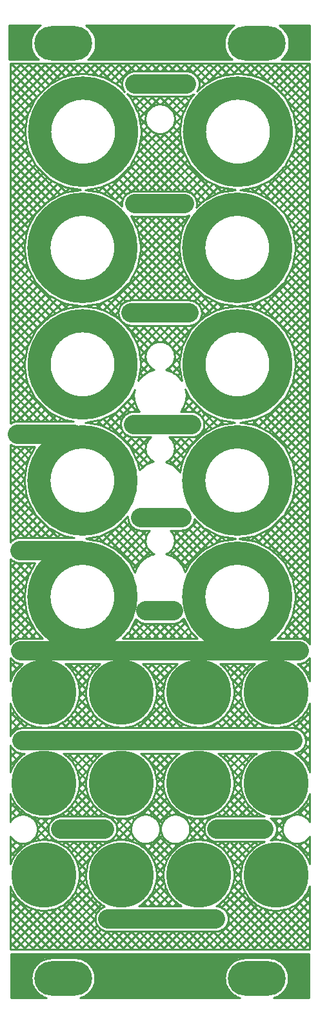
<source format=gtl>
G04 DipTrace 3.3.0.0*
G04 uTides_PCBpanel.GTL*
%MOIN*%
G04 #@! TF.FileFunction,Copper,L1,Top*
G04 #@! TF.Part,Single*
G04 #@! TA.AperFunction,Conductor*
%ADD14C,0.1*%
G04 #@! TA.AperFunction,CopperBalancing*
%ADD15C,0.01*%
G04 #@! TA.AperFunction,Nonconductor*
%ADD16C,0.12*%
G04 #@! TA.AperFunction,ComponentPad*
%ADD18C,0.334646*%
%ADD19O,0.299213X0.177165*%
%FSLAX26Y26*%
G04*
G70*
G90*
G75*
G01*
G04 Top*
%LPD*%
X676591Y1281448D2*
D14*
X901591D1*
X1057840Y5125197D2*
X1326591D1*
X1057840Y4506448D2*
X1314091D1*
X1039091Y3943948D2*
X1339091D1*
X1051591Y3368948D2*
X1351591D1*
X920340Y818948D2*
X1476591D1*
X1482840Y1281448D2*
X1726591D1*
X1089091Y2887697D2*
X1301591D1*
X476591Y1737697D2*
X1876518D1*
X470340Y2200198D2*
X1907840D1*
X451591Y3318948D2*
X745340D1*
X464091Y2718948D2*
X782840D1*
X1114091Y2406448D2*
X1257840D1*
X426730Y5228545D2*
D15*
X415714Y5217529D1*
X469156Y5228545D2*
X415714Y5175104D1*
X511583Y5228545D2*
X415714Y5132677D1*
X554009Y5228545D2*
X415714Y5090251D1*
X596434Y5228545D2*
X415714Y5047824D1*
X638861Y5228545D2*
X415714Y5005398D1*
X681287Y5228545D2*
X415714Y4962971D1*
X723714Y5228545D2*
X619573Y5124404D1*
X545971Y5050802D2*
X415714Y4920545D1*
X766140Y5228545D2*
X703377Y5165781D1*
X504608Y4967012D2*
X415714Y4878118D1*
X808567Y5228545D2*
X754324Y5174302D1*
X496087Y4916064D2*
X415714Y4835692D1*
X850993Y5228545D2*
X801404Y5178957D1*
X491433Y4868984D2*
X415714Y4793265D1*
X893420Y5228545D2*
X838087Y5173211D1*
X497177Y4832303D2*
X415714Y4750839D1*
X935846Y5228545D2*
X874711Y5167411D1*
X502978Y4795677D2*
X415714Y4708412D1*
X978273Y5228545D2*
X905413Y5155685D1*
X514703Y4764975D2*
X415714Y4665986D1*
X1020699Y5228545D2*
X933518Y5141364D1*
X529025Y4736871D2*
X415714Y4623560D1*
X1063126Y5228545D2*
X961581Y5127000D1*
X543374Y4708794D2*
X415714Y4581134D1*
X1105552Y5228545D2*
X1068310Y5191303D1*
X992374Y5115366D2*
X984866Y5107858D1*
X562530Y4685522D2*
X415714Y4538707D1*
X1147978Y5228545D2*
X1110736Y5191303D1*
X583743Y4664310D2*
X415714Y4496281D1*
X1190404Y5228545D2*
X1153163Y5191303D1*
X604957Y4643096D2*
X415714Y4453854D1*
X1232831Y5228545D2*
X1195589Y5191303D1*
X1063374Y5059088D2*
X1044612Y5040324D1*
X630064Y4625778D2*
X415714Y4411428D1*
X1275257Y5228545D2*
X1238016Y5191303D1*
X1105801Y5059088D2*
X1058933Y5012220D1*
X658169Y4611457D2*
X415714Y4369001D1*
X1317684Y5228545D2*
X1280442Y5191303D1*
X1148227Y5059088D2*
X1073255Y4984115D1*
X686273Y4597134D2*
X610970Y4521831D1*
X545612Y4456472D2*
X415714Y4326575D1*
X1360110Y5228545D2*
X1322869Y5191303D1*
X1190654Y5059088D2*
X1082673Y4951108D1*
X719281Y4587715D2*
X697591Y4566025D1*
X501417Y4369852D2*
X415714Y4284148D1*
X1402537Y5228545D2*
X1357768Y5183776D1*
X1233080Y5059088D2*
X1194899Y5020907D1*
X1112126Y4938134D2*
X1088474Y4914482D1*
X755907Y4581915D2*
X748841Y4574849D1*
X492579Y4318587D2*
X415714Y4241722D1*
X1444963Y5228545D2*
X1380445Y5164028D1*
X1275507Y5059088D2*
X1227533Y5011115D1*
X1121932Y4905513D2*
X1093114Y4876696D1*
X487524Y4271106D2*
X415714Y4199295D1*
X1487390Y5228545D2*
X1392268Y5133423D1*
X1317933Y5059088D2*
X1250252Y4991407D1*
X1141626Y4882781D2*
X1085849Y4827005D1*
X843383Y4584539D2*
X833072Y4574228D1*
X493201Y4234356D2*
X415714Y4156869D1*
X1529816Y5228545D2*
X1432925Y5131655D1*
X1338731Y5037461D2*
X1264049Y4962778D1*
X1170269Y4868997D2*
X1071169Y4769898D1*
X900491Y4599220D2*
X869698Y4568428D1*
X499001Y4197730D2*
X415714Y4114444D1*
X1572243Y5228545D2*
X1511163Y5167466D1*
X1302920Y4959223D2*
X1261259Y4917562D1*
X1215486Y4871787D2*
X900690Y4556992D1*
X510450Y4166752D2*
X415714Y4072017D1*
X1614669Y5228545D2*
X1561572Y5175449D1*
X1294938Y4908814D2*
X928794Y4542671D1*
X524757Y4138634D2*
X415714Y4029591D1*
X1657096Y5228545D2*
X1606734Y5178182D1*
X1292203Y4863654D2*
X956886Y4528335D1*
X539093Y4110543D2*
X415714Y3987164D1*
X1699521Y5228545D2*
X1643345Y5172369D1*
X1298004Y4827028D2*
X1041186Y4570209D1*
X994085Y4523109D2*
X980364Y4509387D1*
X558041Y4087064D2*
X415714Y3944738D1*
X1741948Y5228545D2*
X1679778Y5166375D1*
X1304012Y4790608D2*
X1085961Y4572556D1*
X579255Y4065852D2*
X415714Y3902311D1*
X1784385Y5228555D2*
X1709453Y5153623D1*
X1316755Y4760925D2*
X1128382Y4572552D1*
X600463Y4044634D2*
X415710Y3859881D1*
X1826811Y5228555D2*
X1737558Y5139302D1*
X1331076Y4732820D2*
X1170808Y4572552D1*
X625337Y4027081D2*
X415710Y3817454D1*
X1869238Y5228555D2*
X1765413Y5124731D1*
X1345647Y4704965D2*
X1213235Y4572552D1*
X1081020Y4440337D2*
X1054675Y4413992D1*
X653441Y4012759D2*
X415710Y3775028D1*
X1911664Y5228555D2*
X1787912Y5104803D1*
X1365589Y4682480D2*
X1255661Y4572552D1*
X1123446Y4440337D2*
X1068996Y4385888D1*
X681546Y3998437D2*
X415710Y3732601D1*
X1954089Y5228555D2*
X1809125Y5083589D1*
X1386802Y4661268D2*
X1298088Y4572552D1*
X1165873Y4440337D2*
X1078706Y4353171D1*
X714264Y3988728D2*
X684936Y3959400D1*
X507794Y3782259D2*
X415710Y3690175D1*
X1962377Y5194415D2*
X1830282Y5062322D1*
X1408056Y4640096D2*
X1336731Y4568769D1*
X1208299Y4440337D2*
X1084507Y4316545D1*
X750890Y3982928D2*
X740247Y3972286D1*
X494908Y3726948D2*
X415710Y3647748D1*
X1962377Y5151988D2*
X1846676Y5036287D1*
X1434104Y4623717D2*
X1362391Y4552003D1*
X1250726Y4440337D2*
X1089367Y4278979D1*
X488004Y3677615D2*
X415710Y3605322D1*
X1962377Y5109562D2*
X1860997Y5008184D1*
X1462209Y4609394D2*
X1377735Y4524920D1*
X1293152Y4440337D2*
X1082337Y4229524D1*
X837911Y3985096D2*
X827062Y3974247D1*
X492962Y3640147D2*
X415710Y3562895D1*
X1962377Y5067135D2*
X1875264Y4980024D1*
X1490354Y4595114D2*
X1426223Y4530983D1*
X1336449Y4441207D2*
X1068900Y4173659D1*
X893776Y3998534D2*
X863688Y3968446D1*
X498762Y3603521D2*
X415710Y3520470D1*
X1962377Y5024709D2*
X1883509Y4945841D1*
X1524537Y4586869D2*
X1505648Y4567982D1*
X1299450Y4361782D2*
X896266Y3958600D1*
X508594Y3570928D2*
X415710Y3478043D1*
X1962377Y4982282D2*
X1889310Y4909217D1*
X1561163Y4581068D2*
X1556100Y4576005D1*
X1291425Y4311332D2*
X924371Y3944277D1*
X522917Y3542823D2*
X415710Y3435617D1*
X1962377Y4939856D2*
X1892610Y4870091D1*
X1288236Y4265715D2*
X1032122Y4009602D1*
X973434Y3950915D2*
X952476Y3929955D1*
X537239Y3514718D2*
X415710Y3393190D1*
X1962377Y4897430D2*
X1884697Y4819751D1*
X1650627Y4585681D2*
X1638341Y4573395D1*
X1294035Y4229089D2*
X1075004Y4010058D1*
X979580Y3914634D2*
X977239Y3912293D1*
X554916Y3489970D2*
X449961Y3385014D1*
X1962377Y4855004D2*
X1864837Y4757465D1*
X1712928Y4605555D2*
X1674844Y4567471D1*
X1299961Y4192588D2*
X1117430Y4010058D1*
X576130Y3468756D2*
X492428Y3385055D1*
X1962377Y4812577D2*
X1704730Y4554930D1*
X1312501Y4162702D2*
X1159857Y4010058D1*
X1028402Y3878602D2*
X1019665Y3869866D1*
X597343Y3447543D2*
X534854Y3385055D1*
X1962377Y4770151D2*
X1732835Y4540609D1*
X1326823Y4134597D2*
X1202283Y4010058D1*
X1070068Y3877843D2*
X1038503Y3846277D1*
X620917Y3428692D2*
X577281Y3385055D1*
X445301Y3253075D2*
X415710Y3223484D1*
X1962377Y4727724D2*
X1760760Y4526108D1*
X1341324Y4106672D2*
X1244710Y4010058D1*
X1112495Y3877843D2*
X1052839Y3818186D1*
X649022Y3414370D2*
X619707Y3385055D1*
X487492Y3252840D2*
X415710Y3181058D1*
X1962377Y4685298D2*
X1783423Y4506345D1*
X1361087Y4084008D2*
X1287136Y4010058D1*
X1154921Y3877843D2*
X1067160Y3790081D1*
X677127Y3400049D2*
X662134Y3385055D1*
X529919Y3252840D2*
X415710Y3138631D1*
X1962362Y4642858D2*
X1804636Y4485131D1*
X1382301Y4062795D2*
X1329563Y4010058D1*
X1197348Y3877843D2*
X1078457Y3758951D1*
X708243Y3388738D2*
X704560Y3385055D1*
X511247Y3191741D2*
X415710Y3096205D1*
X1962362Y4600432D2*
X1825822Y4463891D1*
X1403541Y4041610D2*
X1366354Y4004423D1*
X1239774Y3877843D2*
X1084257Y3722327D1*
X494853Y3132923D2*
X415710Y3053778D1*
X1962362Y4558005D2*
X1842408Y4438051D1*
X1429381Y4025024D2*
X1390427Y3986068D1*
X1282201Y3877843D2*
X1199839Y3795482D1*
X1113613Y3709256D2*
X1089906Y3685549D1*
X487299Y3082941D2*
X415710Y3011352D1*
X1962362Y4515579D2*
X1856730Y4409946D1*
X1457486Y4010701D2*
X1403988Y3957205D1*
X1324627Y3877843D2*
X1230816Y3784033D1*
X1125076Y3678293D2*
X1084672Y3637887D1*
X829307Y3382522D2*
X822655Y3375871D1*
X491552Y3044769D2*
X415710Y2968927D1*
X1962362Y4473152D2*
X1871038Y4381828D1*
X1485604Y3996394D2*
X1252251Y3763039D1*
X1146068Y3656858D2*
X1129529Y3640319D1*
X880738Y3391528D2*
X859281Y3370071D1*
X497353Y3008143D2*
X415710Y2926500D1*
X1962362Y4430726D2*
X1879546Y4347908D1*
X1519524Y3987886D2*
X1495705Y3964068D1*
X1303123Y3771487D2*
X1264294Y3732656D1*
X1053302Y3521665D2*
X1028932Y3497295D1*
X969899Y3438262D2*
X892703Y3361067D1*
X506371Y2974735D2*
X415710Y2884073D1*
X1962362Y4388299D2*
X1885346Y4311282D1*
X1556148Y3982085D2*
X1547509Y3973446D1*
X1293760Y3719697D2*
X1251781Y3677718D1*
X1231391Y3657328D2*
X1224133Y3650068D1*
X1057680Y3483617D2*
X920808Y3346744D1*
X520693Y2946630D2*
X415710Y2841647D1*
X1962362Y4345873D2*
X1889020Y4272530D1*
X1288207Y3671718D2*
X1254501Y3638012D1*
X1069751Y3453261D2*
X1051539Y3435050D1*
X985492Y3369003D2*
X948912Y3332423D1*
X535014Y2918525D2*
X415710Y2799220D1*
X1962362Y4303446D2*
X1881189Y4222273D1*
X1645159Y3986243D2*
X1632320Y3973404D1*
X1293787Y3634871D2*
X1279416Y3620500D1*
X994316Y3335400D2*
X974339Y3315423D1*
X552016Y2893100D2*
X438415Y2779499D1*
X1962362Y4261020D2*
X1862558Y4161215D1*
X1706215Y4004873D2*
X1668946Y3967604D1*
X1014950Y3313608D2*
X995551Y3294209D1*
X573230Y2871887D2*
X486394Y2785051D1*
X1962362Y4218593D2*
X1700310Y3956542D1*
X1046741Y3302974D2*
X1016765Y3272996D1*
X594442Y2850673D2*
X528819Y2785051D1*
X1962362Y4176167D2*
X1728415Y3942219D1*
X1089030Y3302835D2*
X1036197Y3250001D1*
X617424Y2831228D2*
X571245Y2785051D1*
X442470Y2656274D2*
X415710Y2629514D1*
X1962362Y4133740D2*
X1756520Y3927898D1*
X1339307Y3510686D2*
X1322505Y3493883D1*
X1131457Y3302835D2*
X1050601Y3221979D1*
X645445Y2816823D2*
X613672Y2785051D1*
X481457Y2652836D2*
X415710Y2587088D1*
X1962362Y4091315D2*
X1780287Y3909240D1*
X1357966Y3486917D2*
X1306098Y3435050D1*
X1112965Y3241916D2*
X1064923Y3193874D1*
X673550Y2802501D2*
X656098Y2785051D1*
X523883Y2652836D2*
X415710Y2544661D1*
X1962362Y4048888D2*
X1801501Y3888026D1*
X1379178Y3465705D2*
X1348525Y3435050D1*
X1121693Y3208218D2*
X1077021Y3163546D1*
X703878Y2790404D2*
X698525Y2785051D1*
X517517Y2604042D2*
X415710Y2502235D1*
X1962362Y4006462D2*
X1822714Y3866814D1*
X1400392Y3444491D2*
X1383189Y3427289D1*
X1258736Y3302835D2*
X1248356Y3292455D1*
X1140820Y3184920D2*
X1119088Y3163186D1*
X495986Y2540085D2*
X415710Y2459810D1*
X1962362Y3964035D2*
X1840572Y3842244D1*
X1424962Y3426634D2*
X1405715Y3407387D1*
X1301163Y3302835D2*
X1262677Y3264350D1*
X488004Y2489676D2*
X415710Y2417383D1*
X1962362Y3921609D2*
X1854894Y3814139D1*
X1453066Y3412312D2*
X1417329Y3376576D1*
X1343589Y3302835D2*
X1261144Y3220391D1*
X823575Y2782822D2*
X817449Y2776696D1*
X490738Y2449984D2*
X415710Y2374957D1*
X1962349Y3879168D2*
X1869215Y3786035D1*
X1481171Y3397991D2*
X1246933Y3163753D1*
X874219Y2791039D2*
X854075Y2770895D1*
X496538Y2413358D2*
X415710Y2332530D1*
X1962349Y3836741D2*
X1879297Y3753690D1*
X1513516Y3387909D2*
X1487986Y3362378D1*
X1305056Y3179450D2*
X1272096Y3146490D1*
X955744Y2830136D2*
X888601Y2762995D1*
X504438Y2378832D2*
X415710Y2290104D1*
X1962349Y3794316D2*
X1885097Y3717064D1*
X1550142Y3382109D2*
X1541764Y3373731D1*
X1028567Y2860534D2*
X916803Y2748770D1*
X518663Y2350630D2*
X415710Y2247677D1*
X1962349Y3751890D2*
X1890207Y3679748D1*
X1046894Y2836434D2*
X944908Y2734449D1*
X532984Y2322525D2*
X476766Y2266307D1*
X1962349Y3709463D2*
X1883522Y3630636D1*
X1636555Y3383669D2*
X1627929Y3375043D1*
X1075717Y2822831D2*
X971231Y2718345D1*
X549088Y2296202D2*
X519193Y2266307D1*
X1962349Y3667037D2*
X1871604Y3576293D1*
X1690900Y3395588D2*
X1664555Y3369243D1*
X1116900Y2821588D2*
X992541Y2697228D1*
X570205Y2274892D2*
X561619Y2266307D1*
X437719Y2142407D2*
X415710Y2120398D1*
X1962349Y3624610D2*
X1696734Y3358995D1*
X1113323Y2775585D2*
X1013753Y2676016D1*
X471831Y2134092D2*
X415710Y2077971D1*
X1962349Y3582184D2*
X1724839Y3344673D1*
X1118875Y2738710D2*
X1033890Y2653724D1*
X1962349Y3539757D2*
X1752957Y3330365D1*
X1136167Y2713575D2*
X1048571Y2625979D1*
X1962349Y3497331D2*
X1777387Y3312370D1*
X1286606Y2821588D2*
X1260579Y2795560D1*
X1962349Y3454904D2*
X1798601Y3291156D1*
X1376278Y2868835D2*
X1264155Y2756711D1*
X421008Y1913563D2*
X415710Y1908266D1*
X1962349Y3412478D2*
X1819814Y3269944D1*
X1397492Y2847621D2*
X1243385Y2693513D1*
X435979Y1886108D2*
X415710Y1865840D1*
X1962349Y3370051D2*
X1838348Y3246051D1*
X1421385Y2829088D2*
X1270301Y2678004D1*
X726390Y2134092D2*
X714366Y2122070D1*
X454692Y1862395D2*
X415710Y1823413D1*
X1962349Y3327625D2*
X1852669Y3217946D1*
X1449490Y2814765D2*
X1292274Y2657550D1*
X768816Y2134092D2*
X734558Y2099833D1*
X476913Y1842190D2*
X415710Y1780987D1*
X1962349Y3285198D2*
X1866978Y3189828D1*
X1477593Y2800444D2*
X1309441Y2632290D1*
X811243Y2134092D2*
X751172Y2074021D1*
X502739Y1825589D2*
X480951Y1803802D1*
X1962349Y3242773D2*
X1877888Y3158312D1*
X1509123Y2789547D2*
X1475832Y2756256D1*
X1073493Y2353917D2*
X1043613Y2324037D1*
X853669Y2134092D2*
X763739Y2044163D1*
X532598Y1813022D2*
X523378Y1803802D1*
X420993Y1701417D2*
X415710Y1696134D1*
X1962349Y3200346D2*
X1883689Y3121686D1*
X1545749Y2783747D2*
X1534596Y2772593D1*
X1103144Y2341142D2*
X1028310Y2266307D1*
X820039Y2058037D2*
X771252Y2009249D1*
X442663Y1680660D2*
X415710Y1653707D1*
X1962349Y3157920D2*
X1889213Y3084783D1*
X1144770Y2340341D2*
X1070736Y2266307D1*
X806270Y2001841D2*
X771142Y1966713D1*
X476016Y1671587D2*
X415710Y1611281D1*
X1962335Y3115479D2*
X1883467Y3036612D1*
X1630823Y2783967D2*
X1622722Y2775866D1*
X1187197Y2340341D2*
X1113163Y2266307D1*
X807555Y1960699D2*
X752690Y1905835D1*
X670925Y1824071D2*
X650657Y1803802D1*
X1962335Y3073052D2*
X1873801Y2984518D1*
X1682903Y2793622D2*
X1659348Y2770066D1*
X1229623Y2340341D2*
X1155589Y2266307D1*
X815911Y1926629D2*
X693084Y1803802D1*
X1962335Y3030626D2*
X1692741Y2761034D1*
X1274356Y2342647D2*
X1198016Y2266307D1*
X829127Y1897419D2*
X735510Y1803802D1*
X1962335Y2988199D2*
X1720846Y2746713D1*
X1320718Y2346584D2*
X1240442Y2266307D1*
X1108227Y2134092D2*
X1104656Y2130521D1*
X846266Y1872131D2*
X777937Y1803802D1*
X420373Y1446238D2*
X415707Y1441572D1*
X1962335Y2945774D2*
X1748951Y2732391D1*
X1335039Y2318479D2*
X1282869Y2266307D1*
X1150654Y2134092D2*
X1126366Y2109804D1*
X866982Y1850421D2*
X820364Y1803802D1*
X435164Y1418602D2*
X415710Y1399148D1*
X1962335Y2903348D2*
X1774377Y2715390D1*
X1352041Y2293054D2*
X1325295Y2266307D1*
X1193080Y2134092D2*
X1144555Y2085567D1*
X891220Y1832232D2*
X862789Y1803802D1*
X730575Y1671587D2*
X713289Y1654302D1*
X453698Y1394710D2*
X415710Y1356723D1*
X1962335Y2860921D2*
X1795591Y2694176D1*
X1373255Y2271840D2*
X1367722Y2266307D1*
X1235507Y2134092D2*
X1158945Y2057531D1*
X919256Y1817841D2*
X905215Y1803802D1*
X773000Y1671587D2*
X733660Y1632245D1*
X475753Y1374340D2*
X453828Y1352413D1*
X1962335Y2818495D2*
X1816803Y2672963D1*
X1277933Y2134092D2*
X1271530Y2127690D1*
X1249096Y2105256D2*
X1168820Y2024980D1*
X951807Y1807967D2*
X947642Y1803802D1*
X815427Y1671587D2*
X750440Y1606600D1*
X501400Y1357559D2*
X499255Y1355413D1*
X1962335Y2776068D2*
X1836222Y2649954D1*
X1209239Y2022971D2*
X1172508Y1986241D1*
X857853Y1671587D2*
X763228Y1576962D1*
X531038Y1344770D2*
X527811Y1341545D1*
X420497Y1234230D2*
X415717Y1229449D1*
X1962335Y2733642D2*
X1850626Y2621933D1*
X1205924Y1977231D2*
X1164912Y1936219D1*
X1040568Y1811875D2*
X1032495Y1803802D1*
X821421Y1592727D2*
X771017Y1542324D1*
X565675Y1336982D2*
X547325Y1318633D1*
X443408Y1214715D2*
X415710Y1187017D1*
X1962335Y2691215D2*
X1864948Y2593828D1*
X1211669Y1940550D2*
X1074921Y1803802D1*
X806353Y1535234D2*
X771390Y1500270D1*
X607728Y1336609D2*
X556661Y1285542D1*
X476499Y1205379D2*
X415710Y1144591D1*
X1962335Y2648789D2*
X1877031Y2563486D1*
X1222953Y1909407D2*
X1117348Y1803802D1*
X807238Y1493692D2*
X754665Y1441119D1*
X666879Y1353333D2*
X658266Y1344720D1*
X613307Y1299761D2*
X531429Y1217883D1*
X1962335Y2606362D2*
X1882874Y2526902D1*
X1238475Y1882504D2*
X1159774Y1803802D1*
X815331Y1459358D2*
X703525Y1347552D1*
X614399Y1258427D2*
X583289Y1227316D1*
X1962335Y2563936D2*
X1888660Y2490261D1*
X1532491Y2134092D2*
X1517499Y2119100D1*
X1257686Y1859287D2*
X1202201Y1803802D1*
X828340Y1429941D2*
X745951Y1347552D1*
X631289Y1232890D2*
X622801Y1224403D1*
X1962335Y2521509D2*
X1884600Y2443774D1*
X1574917Y2134092D2*
X1537206Y2096381D1*
X1280406Y1839580D2*
X1244627Y1803802D1*
X1112412Y1671587D2*
X1103496Y1662671D1*
X845327Y1404501D2*
X788378Y1347552D1*
X658510Y1217685D2*
X655858Y1215033D1*
X417970Y977144D2*
X415711Y974887D1*
X1962335Y2479083D2*
X1876369Y2393117D1*
X1617344Y2134092D2*
X1553282Y2070030D1*
X1306756Y1823504D2*
X1287054Y1803802D1*
X1154839Y1671587D2*
X1125371Y1642121D1*
X865878Y1382626D2*
X830803Y1347552D1*
X698589Y1215337D2*
X684301Y1201049D1*
X431959Y948709D2*
X415710Y932458D1*
X1962335Y2436657D2*
X1837202Y2311524D1*
X1659770Y2134092D2*
X1565214Y2039537D1*
X1337249Y1811572D2*
X1329480Y1803802D1*
X1197265Y1671587D2*
X1143713Y1618034D1*
X889963Y1364285D2*
X873230Y1347552D1*
X741014Y1215337D2*
X708883Y1183205D1*
X449789Y924112D2*
X415710Y890031D1*
X1962335Y2394231D2*
X1834412Y2266307D1*
X1615991Y2047886D2*
X1571871Y2003766D1*
X1239692Y1671587D2*
X1158297Y1590192D1*
X917819Y1349715D2*
X914505Y1346400D1*
X783441Y1215337D2*
X729945Y1161840D1*
X471155Y903050D2*
X415710Y847605D1*
X1962322Y2351790D2*
X1876839Y2266307D1*
X1605743Y1995213D2*
X1570255Y1959724D1*
X1417062Y1806530D2*
X1414332Y1803802D1*
X1282117Y1671587D2*
X1168406Y1557875D1*
X950136Y1339605D2*
X943486Y1332954D1*
X825867Y1215337D2*
X747457Y1136925D1*
X496083Y885551D2*
X415710Y805180D1*
X1962322Y2309364D2*
X1918505Y2265549D1*
X1608325Y1955369D2*
X1545119Y1892163D1*
X1484623Y1831667D2*
X1456759Y1803802D1*
X1209652Y1556696D2*
X1172425Y1519467D1*
X988530Y1335572D2*
X961936Y1308979D1*
X868294Y1215337D2*
X761073Y1108117D1*
X524878Y871921D2*
X415710Y762753D1*
X1962322Y2266937D2*
X1948253Y2252870D1*
X1617496Y1922113D2*
X1499185Y1803802D1*
X1205744Y1510361D2*
X1165602Y1470219D1*
X1037780Y1342395D2*
X966811Y1271428D1*
X911605Y1216220D2*
X898324Y1202941D1*
X830067Y1134682D2*
X769967Y1074584D1*
X558411Y863026D2*
X415710Y720327D1*
X1631320Y1893510D2*
X1541612Y1803802D1*
X1211186Y1473375D2*
X1091825Y1354016D1*
X1041535Y1303726D2*
X963331Y1225521D1*
X807486Y1069676D2*
X772136Y1034325D1*
X598682Y860873D2*
X415710Y677900D1*
X1914770Y2134534D2*
X1907982Y2127745D1*
X1649012Y1868776D2*
X1584038Y1803802D1*
X1222248Y1442012D2*
X1135052Y1354816D1*
X1040720Y1260484D2*
X1006862Y1226626D1*
X806381Y1026144D2*
X760798Y980560D1*
X652433Y872197D2*
X440348Y660112D1*
X1962322Y2139659D2*
X1929167Y2106504D1*
X1670239Y1847576D2*
X1626465Y1803802D1*
X1237605Y1414942D2*
X1162923Y1340260D1*
X1055277Y1232614D2*
X1042343Y1219678D1*
X813314Y990651D2*
X482774Y660112D1*
X1962322Y2097232D2*
X1946818Y2081728D1*
X1695016Y1829927D2*
X1668891Y1803802D1*
X1536676Y1671587D2*
X1516434Y1651345D1*
X1256651Y1391562D2*
X1181844Y1316755D1*
X1078783Y1213693D2*
X1072629Y1207539D1*
X825467Y960378D2*
X525201Y660112D1*
X1723644Y1816129D2*
X1711318Y1803802D1*
X1579102Y1671587D2*
X1536295Y1628780D1*
X1279218Y1371702D2*
X1265012Y1357496D1*
X1112812Y1205297D2*
X1098801Y1191285D1*
X841709Y934193D2*
X567627Y660112D1*
X1756970Y1807028D2*
X1753752Y1803810D1*
X1621529Y1671587D2*
X1552550Y1602608D1*
X1305403Y1355461D2*
X1300533Y1350591D1*
X1198950Y1249008D2*
X1121353Y1171411D1*
X861583Y911640D2*
X610054Y660112D1*
X1663955Y1671587D2*
X1564689Y1572322D1*
X1335676Y1343307D2*
X1324923Y1332554D1*
X1216972Y1224604D2*
X1140412Y1148043D1*
X884963Y892596D2*
X652480Y660112D1*
X1849764Y1814969D2*
X1838597Y1803802D1*
X1617178Y1582383D2*
X1571622Y1536828D1*
X1371169Y1336374D2*
X1340472Y1305678D1*
X1243862Y1209067D2*
X1155756Y1120961D1*
X854249Y819454D2*
X694907Y660112D1*
X1962322Y1885100D2*
X1880927Y1803705D1*
X1605867Y1528646D2*
X1570517Y1493297D1*
X1414714Y1337492D2*
X1342269Y1265047D1*
X1284493Y1207272D2*
X1166832Y1089610D1*
X862908Y785686D2*
X737333Y660112D1*
X1962322Y1842673D2*
X1912885Y1793236D1*
X1608035Y1488388D2*
X1547896Y1428248D1*
X1479762Y1360114D2*
X1464314Y1344665D1*
X1419630Y1299983D2*
X1340266Y1220618D1*
X1212387Y1092740D2*
X1172259Y1052612D1*
X883430Y763783D2*
X779760Y660112D1*
X1962322Y1800247D2*
X1933614Y1771541D1*
X1616929Y1454856D2*
X1509626Y1347552D1*
X1420612Y1258537D2*
X1389501Y1227427D1*
X1205564Y1043491D2*
X1168337Y1006262D1*
X915071Y752997D2*
X822186Y660112D1*
X1962322Y1757820D2*
X1942618Y1738118D1*
X1630560Y1426060D2*
X1552052Y1347552D1*
X1437474Y1232974D2*
X1427895Y1223394D1*
X1209612Y1005110D2*
X1089560Y885060D1*
X957345Y752845D2*
X864613Y660112D1*
X1962322Y1715394D2*
X1906864Y1659936D1*
X1648072Y1401146D2*
X1594479Y1347552D1*
X1464654Y1217726D2*
X1460211Y1213285D1*
X1219720Y972794D2*
X1131987Y885060D1*
X999772Y752845D2*
X907039Y660112D1*
X1962322Y1672967D2*
X1928228Y1638874D1*
X1669134Y1379781D2*
X1636906Y1347552D1*
X1504690Y1215337D2*
X1488054Y1198701D1*
X1234291Y944938D2*
X1174413Y885060D1*
X1042198Y752845D2*
X949465Y660112D1*
X1962322Y1630541D2*
X1946058Y1614278D1*
X1693731Y1361951D2*
X1679332Y1347552D1*
X1547117Y1215337D2*
X1512126Y1180346D1*
X1252646Y920866D2*
X1216840Y885060D1*
X1084625Y752845D2*
X991891Y660112D1*
X1962322Y1588115D2*
X1960052Y1585846D1*
X1589543Y1215337D2*
X1532690Y1158484D1*
X1274521Y900315D2*
X1259266Y885060D1*
X1127051Y752845D2*
X1034318Y660112D1*
X1631970Y1215337D2*
X1549664Y1133031D1*
X1169478Y752845D2*
X1076744Y660112D1*
X1794743Y1335684D2*
X1779970Y1320911D1*
X1674396Y1215337D2*
X1562673Y1103614D1*
X1211904Y752845D2*
X1119171Y660112D1*
X1846615Y1345130D2*
X1792138Y1290652D1*
X1716823Y1215337D2*
X1711180Y1209694D1*
X1623310Y1121825D2*
X1570766Y1069281D1*
X1254331Y752845D2*
X1161597Y660112D1*
X1962307Y1418395D2*
X1901436Y1357524D1*
X1821508Y1277596D2*
X1770303Y1226391D1*
X1606600Y1062688D2*
X1571636Y1027724D1*
X1296757Y752845D2*
X1204024Y660112D1*
X1962307Y1375969D2*
X1934609Y1348270D1*
X1830760Y1244423D2*
X1812357Y1226018D1*
X1606986Y1020648D2*
X1556555Y970217D1*
X1339184Y752845D2*
X1246450Y660112D1*
X1962307Y1333542D2*
X1957587Y1328823D1*
X1850219Y1221455D2*
X1846980Y1218215D1*
X1614776Y986010D2*
X1506795Y878030D1*
X1381610Y752845D2*
X1288877Y660112D1*
X1627564Y956373D2*
X1529818Y858626D1*
X1424035Y752845D2*
X1331303Y660112D1*
X1923941Y1210324D2*
X1902264Y1188647D1*
X1644358Y930740D2*
X1542096Y828478D1*
X1466462Y752845D2*
X1373730Y660112D1*
X1962307Y1206264D2*
X1924320Y1168276D1*
X1664728Y908685D2*
X1416156Y660112D1*
X1962307Y1163837D2*
X1942853Y1144383D1*
X1688621Y890151D2*
X1458583Y660112D1*
X1962307Y1121411D2*
X1957642Y1116745D1*
X1716256Y875360D2*
X1501008Y660112D1*
X1748324Y865001D2*
X1543434Y660112D1*
X1786332Y860583D2*
X1585861Y660112D1*
X1834752Y866576D2*
X1628287Y660112D1*
X1962307Y951705D2*
X1670714Y660112D1*
X1962307Y909278D2*
X1713140Y660112D1*
X1962307Y866852D2*
X1755567Y660112D1*
X1962307Y824425D2*
X1797993Y660112D1*
X1962294Y781986D2*
X1840420Y660112D1*
X1962294Y739559D2*
X1882846Y660112D1*
X1962294Y697133D2*
X1925273Y660112D1*
X1951361Y5228545D2*
X1962377Y5217529D1*
X1908934Y5228545D2*
X1962377Y5175104D1*
X1866508Y5228545D2*
X1962377Y5132677D1*
X1824081Y5228545D2*
X1962377Y5090251D1*
X1781655Y5228545D2*
X1962377Y5047824D1*
X1739228Y5228545D2*
X1962377Y5005398D1*
X1696802Y5228545D2*
X1962377Y4962971D1*
X1654377Y5228545D2*
X1751377Y5131545D1*
X1845240Y5037681D2*
X1962377Y4920545D1*
X1611950Y5228545D2*
X1673042Y5167451D1*
X1881147Y4959348D2*
X1962377Y4878118D1*
X1569524Y5228545D2*
X1622634Y5175434D1*
X1889130Y4908938D2*
X1962377Y4835692D1*
X1527097Y5228545D2*
X1577445Y5178197D1*
X1891892Y4863749D2*
X1962377Y4793265D1*
X1484671Y5228545D2*
X1540819Y5172396D1*
X1886092Y4827123D2*
X1962377Y4750839D1*
X1442244Y5228545D2*
X1504387Y5166403D1*
X1880097Y4790692D2*
X1962377Y4708412D1*
X1399818Y5228545D2*
X1474707Y5153655D1*
X1867365Y4760999D2*
X1962362Y4666000D1*
X1357391Y5228545D2*
X1446602Y5139333D1*
X1853042Y4732894D2*
X1962362Y4623573D1*
X1314965Y5228545D2*
X1365797Y5177714D1*
X1379101Y5164408D2*
X1418732Y5124777D1*
X1838472Y4705037D2*
X1962362Y4581147D1*
X1272538Y5228545D2*
X1309781Y5191303D1*
X1391075Y5110008D2*
X1396217Y5104866D1*
X1818558Y4682526D2*
X1962362Y4538720D1*
X1230112Y5228545D2*
X1267354Y5191303D1*
X1797344Y4661312D2*
X1962362Y4496294D1*
X1187685Y5228545D2*
X1224928Y5191303D1*
X1776089Y4640140D2*
X1962362Y4453867D1*
X1145259Y5228545D2*
X1182501Y5191303D1*
X1314717Y5059088D2*
X1337444Y5036361D1*
X1750056Y4623748D2*
X1962362Y4411441D1*
X1102833Y5228545D2*
X1140075Y5191303D1*
X1272290Y5059088D2*
X1323121Y5008256D1*
X1721951Y4609427D2*
X1962362Y4369016D1*
X1060407Y5228545D2*
X1097648Y5191303D1*
X1229864Y5059088D2*
X1308854Y4980096D1*
X1693791Y4595160D2*
X1962362Y4326589D1*
X1017980Y5228545D2*
X1055249Y5191276D1*
X1187437Y5059088D2*
X1300583Y4945942D1*
X1659638Y4586887D2*
X1681232Y4565293D1*
X1874394Y4372131D2*
X1962362Y4284163D1*
X975554Y5228545D2*
X1022629Y5181470D1*
X1145010Y5059088D2*
X1183192Y5020907D1*
X1266047Y4938051D2*
X1294782Y4909316D1*
X1623012Y4581087D2*
X1629539Y4574559D1*
X1883661Y4320437D2*
X1962362Y4241736D1*
X933127Y5228545D2*
X1001457Y5160215D1*
X1102584Y5059088D2*
X1150598Y5011073D1*
X1256228Y4905444D2*
X1291454Y4870219D1*
X1889144Y4272529D2*
X1962362Y4199310D1*
X890701Y5228545D2*
X991748Y5127497D1*
X1060157Y5059088D2*
X1127894Y4991352D1*
X1236492Y4882753D2*
X1299367Y4819879D1*
X1533573Y4585672D2*
X1544811Y4574436D1*
X1883550Y4235696D2*
X1962362Y4156883D1*
X848274Y5228545D2*
X938936Y5137883D1*
X1051581Y5025238D2*
X1114125Y4962694D1*
X1207836Y4868984D2*
X1319144Y4757676D1*
X1471385Y4605434D2*
X1508185Y4568635D1*
X1877736Y4199083D2*
X1962362Y4114457D1*
X805848Y5228545D2*
X865794Y5168598D1*
X1082297Y4952097D2*
X1116983Y4917409D1*
X1162550Y4871843D2*
X1476875Y4557517D1*
X1866618Y4167774D2*
X1962362Y4072030D1*
X763421Y5228545D2*
X815386Y5176581D1*
X1090278Y4901688D2*
X1448770Y4543196D1*
X1852297Y4139669D2*
X1962362Y4029604D1*
X720995Y5228545D2*
X772186Y5177354D1*
X1091052Y4858488D2*
X1420667Y4528874D1*
X1837975Y4111564D2*
X1962362Y3987177D1*
X678568Y5228545D2*
X735560Y5171554D1*
X1085252Y4821862D2*
X1340399Y4566715D1*
X1374350Y4532762D2*
X1396940Y4510175D1*
X1819276Y4087839D2*
X1962362Y3944751D1*
X636142Y5228545D2*
X699597Y5165091D1*
X1078789Y4785899D2*
X1292130Y4572556D1*
X1798062Y4066625D2*
X1962362Y3902324D1*
X593706Y5228555D2*
X670654Y5151608D1*
X1065299Y4756962D2*
X1249707Y4572552D1*
X1776840Y4045421D2*
X1962353Y3859908D1*
X551280Y5228555D2*
X642549Y5137286D1*
X1050978Y4728857D2*
X1207281Y4572552D1*
X1752228Y4027606D2*
X1962353Y3817482D1*
X508853Y5228555D2*
X615093Y5122315D1*
X1036021Y4701387D2*
X1164854Y4572552D1*
X1297070Y4440337D2*
X1322379Y4415029D1*
X1724123Y4013283D2*
X1962353Y3775055D1*
X466427Y5228555D2*
X593176Y5101806D1*
X1015497Y4679483D2*
X1122429Y4572552D1*
X1254644Y4440337D2*
X1308072Y4386909D1*
X1696020Y3998962D2*
X1962353Y3732629D1*
X424000Y5228555D2*
X571962Y5080593D1*
X994285Y4658270D2*
X1080003Y4572552D1*
X1212218Y4440337D2*
X1298045Y4354510D1*
X1663619Y3988936D2*
X1693030Y3959525D1*
X1870545Y3782010D2*
X1962353Y3690202D1*
X415714Y5194415D2*
X551012Y5059117D1*
X972823Y4637306D2*
X1039882Y4570247D1*
X1169791Y4440337D2*
X1292244Y4317885D1*
X1626993Y3983135D2*
X1637815Y3972314D1*
X1883333Y3726795D2*
X1962353Y3647776D1*
X415714Y5151988D2*
X535392Y5032311D1*
X946017Y4621686D2*
X1012634Y4555068D1*
X1127365Y4440337D2*
X1287163Y4280539D1*
X1890211Y3677491D2*
X1962353Y3605349D1*
X415714Y5109562D2*
X521070Y5004206D1*
X917912Y4607364D2*
X995702Y4529573D1*
X1084938Y4440337D2*
X1293902Y4231374D1*
X1540483Y3984793D2*
X1551056Y3974219D1*
X1885239Y3640037D2*
X1962353Y3562924D1*
X415714Y5067135D2*
X507038Y4975811D1*
X889517Y4593332D2*
X953483Y4529367D1*
X1039749Y4443100D2*
X1306042Y4176808D1*
X1485917Y3996932D2*
X1514430Y3968419D1*
X1879438Y3603411D2*
X1962353Y3520497D1*
X415714Y5024709D2*
X499760Y4940663D1*
X854369Y4586054D2*
X872828Y4567594D1*
X1076707Y4363717D2*
X1481865Y3958558D1*
X1869564Y3570858D2*
X1962353Y3478071D1*
X415714Y4982282D2*
X493959Y4904037D1*
X817743Y4580253D2*
X822281Y4575715D1*
X1084814Y4313182D2*
X1453761Y3944236D1*
X1855256Y3542740D2*
X1962353Y3435644D1*
X415714Y4939856D2*
X492537Y4863033D1*
X1088514Y4267055D2*
X1345954Y4009615D1*
X1404752Y3950819D2*
X1425656Y3929915D1*
X1840934Y3514635D2*
X1962353Y3393218D1*
X415714Y4897430D2*
X500520Y4812623D1*
X726329Y4586814D2*
X739541Y4573602D1*
X1082714Y4230429D2*
X1303087Y4010058D1*
X1398579Y3914566D2*
X1400921Y3912223D1*
X1823243Y3489900D2*
X1962353Y3350791D1*
X415714Y4855004D2*
X525476Y4745241D1*
X658934Y4611783D2*
X702984Y4567734D1*
X1076845Y4193873D2*
X1260660Y4010058D1*
X1802030Y3468688D2*
X1962339Y3308379D1*
X415714Y4812577D2*
X672836Y4555455D1*
X1064554Y4163738D2*
X1218234Y4010058D1*
X1349702Y3878588D2*
X1358495Y3869797D1*
X1780816Y3447474D2*
X1962339Y3265953D1*
X415714Y4770151D2*
X644731Y4541134D1*
X1050232Y4135633D2*
X1175807Y4010058D1*
X1308022Y3877843D2*
X1339671Y3846194D1*
X1757214Y3428651D2*
X1962339Y3223526D1*
X415714Y4727724D2*
X616751Y4526688D1*
X1035799Y4107639D2*
X1133381Y4010058D1*
X1265596Y3877843D2*
X1325335Y3818104D1*
X1729110Y3414328D2*
X1962339Y3181100D1*
X415714Y4685298D2*
X593894Y4507118D1*
X1016217Y4084795D2*
X1090954Y4010058D1*
X1223169Y3877843D2*
X1311013Y3789999D1*
X1701005Y3400007D2*
X1962339Y3138673D1*
X415714Y4642871D2*
X572681Y4485904D1*
X995003Y4063583D2*
X1048528Y4010058D1*
X1180743Y3877843D2*
X1299744Y3758841D1*
X1669862Y3388723D2*
X1704010Y3354575D1*
X1863681Y3194904D2*
X1962339Y3096247D1*
X415714Y4600445D2*
X551482Y4464677D1*
X973790Y4042369D2*
X1011764Y4004395D1*
X1138316Y3877843D2*
X1293944Y3722215D1*
X1633236Y3382923D2*
X1643865Y3372294D1*
X1881400Y3134759D2*
X1962339Y3053820D1*
X415714Y4558018D2*
X534646Y4439087D1*
X948185Y4025547D2*
X987719Y3986013D1*
X1095890Y3877843D2*
X1178252Y3795482D1*
X1264560Y3709173D2*
X1288295Y3685438D1*
X1889121Y3084613D2*
X1962339Y3011394D1*
X415714Y4515592D2*
X520324Y4410982D1*
X920080Y4011226D2*
X974185Y3957122D1*
X1053463Y3877843D2*
X1147302Y3784005D1*
X1253070Y3678238D2*
X1293556Y3637749D1*
X1548756Y3382550D2*
X1555214Y3376092D1*
X1885198Y3046109D2*
X1962339Y2968967D1*
X415714Y4473165D2*
X506017Y4382864D1*
X891975Y3996904D2*
X1125895Y3762984D1*
X1232063Y3656816D2*
X1248479Y3640402D1*
X1497283Y3391596D2*
X1518588Y3370291D1*
X1879398Y3009483D2*
X1962339Y2926541D1*
X415714Y4430739D2*
X497205Y4349248D1*
X858346Y3988108D2*
X882316Y3964138D1*
X1075146Y3771307D2*
X1113879Y3732573D1*
X1324885Y3521568D2*
X1350167Y3496286D1*
X1407307Y3439147D2*
X1484877Y3361577D1*
X1870682Y2975770D2*
X1962339Y2884114D1*
X415714Y4388312D2*
X491404Y4312622D1*
X821720Y3982307D2*
X830567Y3973459D1*
X1084469Y3719559D2*
X1126613Y3677413D1*
X1146492Y3657534D2*
X1153986Y3650041D1*
X1320479Y3483547D2*
X1372734Y3431294D1*
X1413936Y3390091D2*
X1456757Y3347269D1*
X1856375Y2947652D2*
X1962339Y2841688D1*
X415714Y4345887D2*
X487373Y4274228D1*
X1089993Y3671608D2*
X1123630Y3637971D1*
X1308408Y3453192D2*
X1326550Y3435050D1*
X1414268Y3347333D2*
X1428652Y3332948D1*
X1842054Y2919547D2*
X1962339Y2799261D1*
X415714Y4303461D2*
X495051Y4224123D1*
X733222Y3985953D2*
X745783Y3973391D1*
X1084399Y3634774D2*
X1098715Y3620458D1*
X1397861Y3321314D2*
X1402992Y3316181D1*
X1825287Y2893887D2*
X1962339Y2756836D1*
X415714Y4261034D2*
X512369Y4164378D1*
X673476Y4003272D2*
X709157Y3967591D1*
X1371136Y3305612D2*
X1381765Y3294982D1*
X1804088Y2872660D2*
X1962339Y2714409D1*
X415714Y4218608D2*
X677822Y3956500D1*
X1331487Y3302835D2*
X1360552Y3273769D1*
X1782874Y2851446D2*
X1962339Y2671983D1*
X415714Y4176181D2*
X649717Y3942178D1*
X1289060Y3302835D2*
X1340913Y3250982D1*
X1760087Y2831808D2*
X1962339Y2629556D1*
X415714Y4133755D2*
X621612Y3927857D1*
X1038866Y3510602D2*
X1055696Y3493773D1*
X1246634Y3302835D2*
X1326454Y3223014D1*
X1732121Y2817348D2*
X1962339Y2587130D1*
X415714Y4091328D2*
X597857Y3909185D1*
X1020194Y3486849D2*
X1071992Y3435050D1*
X1265223Y3241819D2*
X1312133Y3194909D1*
X1704016Y2803026D2*
X1962325Y2544717D1*
X415714Y4048902D2*
X576644Y3887971D1*
X998980Y3465635D2*
X1032273Y3432344D1*
X1256453Y3208163D2*
X1299772Y3164844D1*
X1673950Y2790665D2*
X1716302Y2748314D1*
X1857411Y2607205D2*
X1962325Y2502291D1*
X415714Y4006475D2*
X555432Y3866759D1*
X977768Y3444423D2*
X1005466Y3416723D1*
X1119354Y3302835D2*
X1129790Y3292400D1*
X1237311Y3184878D2*
X1293888Y3128302D1*
X1637407Y2784782D2*
X1651033Y2771157D1*
X1880268Y2541921D2*
X1962325Y2459865D1*
X415714Y3964049D2*
X537601Y3842161D1*
X953171Y3426593D2*
X988990Y3390773D1*
X1076928Y3302835D2*
X1115482Y3264281D1*
X1888251Y2491513D2*
X1962325Y2417438D1*
X415714Y3921622D2*
X523280Y3814056D1*
X925066Y3412270D2*
X989087Y3348251D1*
X1030896Y3306440D2*
X1117084Y3220253D1*
X1554804Y2782531D2*
X1560420Y2776916D1*
X1886013Y2451324D2*
X1962325Y2375012D1*
X415714Y3879196D2*
X508958Y3785951D1*
X896961Y3397949D2*
X1127083Y3167827D1*
X1504299Y2790610D2*
X1523794Y2771115D1*
X1880213Y2414698D2*
X1962325Y2332585D1*
X415714Y3836770D2*
X498904Y3753580D1*
X864589Y3387895D2*
X891570Y3360915D1*
X1070022Y3182461D2*
X1100428Y3152055D1*
X1424004Y2828479D2*
X1489033Y2763450D1*
X1872562Y2379923D2*
X1962325Y2290159D1*
X415714Y3794344D2*
X493104Y3716954D1*
X827963Y3382094D2*
X836617Y3373441D1*
X1357740Y2852316D2*
X1460762Y2749295D1*
X1858406Y2351652D2*
X1962325Y2247732D1*
X415714Y3751917D2*
X488008Y3679623D1*
X1336430Y2831201D2*
X1432657Y2734972D1*
X1844084Y2323547D2*
X1901323Y2266307D1*
X415714Y3709491D2*
X494706Y3630499D1*
X1303602Y2821602D2*
X1406142Y2719063D1*
X1828173Y2297031D2*
X1858896Y2266307D1*
X415714Y3667064D2*
X506720Y3576058D1*
X687066Y3395711D2*
X697723Y3385055D1*
X1261190Y2821588D2*
X1384776Y2698001D1*
X1807098Y2275680D2*
X1816470Y2266307D1*
X1940399Y2142379D2*
X1962325Y2120453D1*
X415714Y3624638D2*
X655297Y3385055D1*
X1264864Y2775488D2*
X1363563Y2676789D1*
X1906259Y2134092D2*
X1962325Y2078026D1*
X415714Y3582211D2*
X612870Y3385055D1*
X1259283Y2738642D2*
X1343276Y2654650D1*
X415714Y3539785D2*
X570444Y3385055D1*
X1241966Y2713533D2*
X1328497Y2627001D1*
X415714Y3497358D2*
X528017Y3385055D1*
X1091484Y2821588D2*
X1117581Y2795491D1*
X415714Y3454932D2*
X485591Y3385055D1*
X1001038Y2869608D2*
X1114046Y2756601D1*
X1957028Y1913619D2*
X1962325Y1908322D1*
X415714Y3412505D2*
X443579Y3384642D1*
X979825Y2848395D2*
X1134734Y2693486D1*
X1942056Y1886163D2*
X1962325Y1865895D1*
X532953Y3252840D2*
X538720Y3247073D1*
X956181Y2829612D2*
X1107831Y2677962D1*
X1651701Y2134092D2*
X1663682Y2122110D1*
X1923357Y1862437D2*
X1962325Y1823469D1*
X490526Y3252840D2*
X524399Y3218969D1*
X928076Y2815290D2*
X1085858Y2657509D1*
X1609274Y2134092D2*
X1643478Y2099888D1*
X1901135Y1842231D2*
X1962311Y1781055D1*
X447962Y3252979D2*
X510077Y3190864D1*
X899971Y2800969D2*
X1068705Y2632235D1*
X1566848Y2134092D2*
X1626864Y2074077D1*
X1875323Y1825617D2*
X1903105Y1797836D1*
X1936656Y1764283D2*
X1962311Y1738629D1*
X415714Y3242801D2*
X498862Y3159651D1*
X868760Y2789755D2*
X903861Y2754654D1*
X1301822Y2356693D2*
X1331315Y2327199D1*
X1524421Y2134092D2*
X1614282Y2044232D1*
X1845479Y1813035D2*
X1854713Y1803802D1*
X1939971Y1718543D2*
X1962311Y1696203D1*
X415714Y3200374D2*
X493062Y3123025D1*
X832134Y2783954D2*
X843785Y2772303D1*
X1273909Y2342178D2*
X1349780Y2266307D1*
X1558217Y2057871D2*
X1606756Y2009332D1*
X1924392Y1691696D2*
X1962311Y1653777D1*
X415714Y3157948D2*
X487428Y3086234D1*
X1233320Y2340341D2*
X1307353Y2266307D1*
X1571930Y2001731D2*
X1606852Y1966810D1*
X1898512Y1675150D2*
X1962311Y1611350D1*
X415714Y3115521D2*
X492786Y3038449D1*
X1190894Y2340341D2*
X1264927Y2266307D1*
X1570605Y1960630D2*
X1625220Y1906014D1*
X1707261Y1823974D2*
X1727433Y1803802D1*
X415714Y3073094D2*
X501915Y2986894D1*
X696001Y2792807D2*
X703757Y2785051D1*
X1148467Y2340341D2*
X1222501Y2266307D1*
X1562235Y1926573D2*
X1685007Y1803802D1*
X415714Y3030668D2*
X661332Y2785051D1*
X1105350Y2341031D2*
X1180075Y2266307D1*
X1549031Y1897350D2*
X1642580Y1803802D1*
X415714Y2988241D2*
X618906Y2785051D1*
X1056350Y2347605D2*
X1137648Y2266307D1*
X1269864Y2134092D2*
X1273476Y2130479D1*
X1531865Y1872091D2*
X1600154Y1803802D1*
X1957648Y1446307D2*
X1962301Y1441655D1*
X415714Y2945815D2*
X576479Y2785051D1*
X1042029Y2319501D2*
X1095222Y2266307D1*
X1227437Y2134092D2*
X1251780Y2109749D1*
X1511150Y1850379D2*
X1557727Y1803802D1*
X1942871Y1418657D2*
X1962311Y1399218D1*
X415714Y2903388D2*
X534052Y2785051D1*
X1025262Y2293841D2*
X1052795Y2266307D1*
X1185010Y2134092D2*
X1233591Y2085512D1*
X1486898Y1832205D2*
X1515301Y1803802D1*
X1647516Y1671587D2*
X1664760Y1654343D1*
X1924337Y1394765D2*
X1962311Y1356791D1*
X415714Y2860962D2*
X491626Y2785051D1*
X1004049Y2272627D2*
X1010369Y2266307D1*
X1142584Y2134092D2*
X1219214Y2057462D1*
X1458862Y1817814D2*
X1472874Y1803802D1*
X1605089Y1671587D2*
X1644375Y1632301D1*
X1902295Y1374381D2*
X1924207Y1352469D1*
X415714Y2818535D2*
X450484Y2783766D1*
X1100157Y2134092D2*
X1106063Y2128188D1*
X1129588Y2104661D2*
X1209339Y2024911D1*
X1426297Y1807953D2*
X1430448Y1803802D1*
X1562663Y1671587D2*
X1627581Y1606668D1*
X1876663Y1357587D2*
X1878849Y1355402D1*
X415714Y2776109D2*
X421744Y2770080D1*
X1168962Y2022861D2*
X1205680Y1986144D1*
X1520238Y1671587D2*
X1614793Y1577030D1*
X1847025Y1344798D2*
X1850320Y1341503D1*
X1957648Y1234175D2*
X1962301Y1229522D1*
X496562Y2652836D2*
X526429Y2622969D1*
X1172249Y1977148D2*
X1213316Y1936080D1*
X1337480Y1811917D2*
X1345596Y1803802D1*
X1556517Y1592879D2*
X1606990Y1542407D1*
X1812416Y1336982D2*
X1830820Y1318577D1*
X1934723Y1214675D2*
X1962311Y1187085D1*
X453072Y2653899D2*
X512108Y2594864D1*
X1166504Y1940467D2*
X1303169Y1803802D1*
X1571640Y1535331D2*
X1606589Y1500381D1*
X1770375Y1336594D2*
X1821512Y1285459D1*
X1901591Y1205379D2*
X1962311Y1144660D1*
X415714Y2648831D2*
X499760Y2564783D1*
X1155207Y1909337D2*
X1260743Y1803802D1*
X1570783Y1493760D2*
X1623245Y1441299D1*
X1711294Y1353251D2*
X1716992Y1347552D1*
X1792155Y1272388D2*
X1846702Y1217843D1*
X415714Y2606404D2*
X493877Y2528241D1*
X1139669Y1882448D2*
X1218316Y1803802D1*
X1562690Y1459427D2*
X1674566Y1347552D1*
X1780043Y1242075D2*
X1794802Y1227316D1*
X415714Y2563978D2*
X488076Y2491615D1*
X845598Y2134092D2*
X860634Y2119058D1*
X1120445Y1859247D2*
X1175890Y1803802D1*
X1549681Y1430010D2*
X1632139Y1347552D1*
X415714Y2521551D2*
X491654Y2445612D1*
X803173Y2134092D2*
X840940Y2096325D1*
X1097727Y1839538D2*
X1133463Y1803802D1*
X1265678Y1671587D2*
X1274554Y1662711D1*
X1532707Y1404558D2*
X1589713Y1347552D1*
X1960066Y977199D2*
X1962306Y974959D1*
X415714Y2479125D2*
X499732Y2395106D1*
X760747Y2134092D2*
X824878Y2069961D1*
X1071362Y1823476D2*
X1091037Y1803802D1*
X1223252Y1671587D2*
X1252677Y1642161D1*
X1512157Y1382681D2*
X1547286Y1347552D1*
X1679501Y1215337D2*
X1693762Y1201076D1*
X1946075Y948764D2*
X1962298Y932541D1*
X415714Y2436698D2*
X537656Y2314756D1*
X718320Y2134092D2*
X812945Y2039467D1*
X1040869Y1811545D2*
X1048610Y1803802D1*
X1180825Y1671587D2*
X1234323Y1618089D1*
X1488100Y1364312D2*
X1504860Y1347552D1*
X1637075Y1215337D2*
X1669165Y1183247D1*
X1928260Y924152D2*
X1962298Y890115D1*
X415714Y2394272D2*
X543678Y2266307D1*
X761962Y2048025D2*
X806302Y2003684D1*
X1138399Y1671587D2*
X1219739Y1590247D1*
X1460243Y1349743D2*
X1464781Y1345205D1*
X1594648Y1215337D2*
X1648091Y1161895D1*
X1906895Y903092D2*
X1962298Y847689D1*
X415714Y2351845D2*
X501252Y2266307D1*
X772251Y1995308D2*
X807946Y1959614D1*
X961014Y1806545D2*
X963753Y1803806D1*
X1095972Y1671587D2*
X1209615Y1557944D1*
X1427940Y1339619D2*
X1437547Y1330013D1*
X1552222Y1215337D2*
X1630579Y1136980D1*
X1881980Y885580D2*
X1962298Y805262D1*
X415714Y2309419D2*
X459598Y2265534D1*
X769681Y1955451D2*
X833205Y1891928D1*
X893315Y1831818D2*
X921331Y1803802D1*
X1168327Y1556806D2*
X1205568Y1519564D1*
X1389560Y1335572D2*
X1420656Y1304476D1*
X1509797Y1215337D2*
X1616948Y1108185D1*
X1853185Y871949D2*
X1962298Y762836D1*
X415714Y2266992D2*
X429878Y2252828D1*
X760539Y1922168D2*
X878904Y1803802D1*
X1172262Y1510444D2*
X1212364Y1470343D1*
X1340339Y1342367D2*
X1419551Y1263155D1*
X1464538Y1218168D2*
X1479890Y1202816D1*
X1547816Y1134890D2*
X1608039Y1074667D1*
X1819667Y863041D2*
X1962298Y720409D1*
X746714Y1893566D2*
X836479Y1803802D1*
X1166836Y1473445D2*
X1284703Y1355576D1*
X1342218Y1298063D2*
X1414787Y1225493D1*
X1570493Y1069786D2*
X1605857Y1034423D1*
X1779421Y860858D2*
X1962298Y677983D1*
X463306Y2134549D2*
X470067Y2127786D1*
X729037Y1868818D2*
X794052Y1803802D1*
X1155773Y1442081D2*
X1243976Y1353878D1*
X1340518Y1257336D2*
X1371228Y1226626D1*
X1571626Y1026227D2*
X1617140Y980713D1*
X1725713Y872142D2*
X1937741Y660112D1*
X415714Y2139714D2*
X448867Y2106559D1*
X707810Y1847618D2*
X751626Y1803802D1*
X1140429Y1414997D2*
X1217059Y1338367D1*
X1325009Y1230419D2*
X1335720Y1219707D1*
X1564707Y990720D2*
X1895315Y660112D1*
X415714Y2097287D2*
X431203Y2081797D1*
X683047Y1829954D2*
X709199Y1803802D1*
X841415Y1671587D2*
X861614Y1651387D1*
X1121385Y1391617D2*
X1198995Y1314007D1*
X1300647Y1212354D2*
X1305434Y1207567D1*
X1552568Y960433D2*
X1852890Y660112D1*
X654417Y1816157D2*
X666773Y1803802D1*
X798988Y1671587D2*
X841740Y1628835D1*
X1098832Y1371743D2*
X1112982Y1357593D1*
X1265181Y1205394D2*
X1279249Y1191325D1*
X1536327Y934248D2*
X1810463Y660112D1*
X621106Y1807042D2*
X624335Y1803814D1*
X756562Y1671587D2*
X825486Y1602663D1*
X1072660Y1355488D2*
X1078898Y1349251D1*
X1181888Y1246259D2*
X1256682Y1171466D1*
X1516467Y911681D2*
X1768037Y660112D1*
X714135Y1671587D2*
X813332Y1572390D1*
X1042387Y1343335D2*
X1055364Y1330358D1*
X1163010Y1222711D2*
X1237638Y1148084D1*
X1493085Y892636D2*
X1510715Y875007D1*
X1532652Y853070D2*
X1725610Y660112D1*
X528367Y1814928D2*
X539493Y1803802D1*
X760760Y1582535D2*
X806385Y1536911D1*
X1006908Y1336387D2*
X1040752Y1302543D1*
X1135181Y1208114D2*
X1222266Y1121029D1*
X1540773Y802522D2*
X1683184Y660112D1*
X415714Y1885155D2*
X497067Y1803802D1*
X772126Y1528743D2*
X807476Y1493392D1*
X963390Y1337479D2*
X1041457Y1259412D1*
X1092064Y1208804D2*
X1211190Y1089680D1*
X1526134Y774735D2*
X1640757Y660112D1*
X415714Y1842728D2*
X457320Y1801122D1*
X769986Y1488457D2*
X829987Y1428455D1*
X898453Y1359990D2*
X911802Y1346640D1*
X966774Y1291669D2*
X1037866Y1220577D1*
X1165579Y1092864D2*
X1205748Y1052694D1*
X1501109Y757333D2*
X1598331Y660112D1*
X415714Y1800302D2*
X430513Y1785503D1*
X761092Y1454925D2*
X868465Y1347552D1*
X961996Y1254021D2*
X988589Y1227427D1*
X1172429Y1043588D2*
X1209629Y1006387D1*
X1463171Y752845D2*
X1555904Y660112D1*
X747474Y1426115D2*
X826038Y1347552D1*
X943572Y1230018D2*
X950182Y1223408D1*
X1168409Y1005180D2*
X1288530Y885060D1*
X1420745Y752845D2*
X1513478Y660112D1*
X456013Y1675150D2*
X471186Y1659978D1*
X729976Y1401188D2*
X783612Y1347552D1*
X914652Y1216510D2*
X917865Y1213298D1*
X1158314Y972849D2*
X1246104Y885060D1*
X1378319Y752845D2*
X1471051Y660112D1*
X415714Y1673022D2*
X449820Y1638916D1*
X708915Y1379823D2*
X741185Y1347552D1*
X873400Y1215337D2*
X889995Y1198741D1*
X1143744Y944993D2*
X1203677Y885060D1*
X1335892Y752845D2*
X1428625Y660112D1*
X415714Y1630597D2*
X431978Y1614333D1*
X684332Y1361979D2*
X698759Y1347552D1*
X830974Y1215337D2*
X865909Y1180402D1*
X1125390Y920921D2*
X1161251Y885060D1*
X1293466Y752845D2*
X1386198Y660112D1*
X415714Y1588171D2*
X417984Y1585900D1*
X655895Y1347988D2*
X658638Y1345245D1*
X788547Y1215337D2*
X845358Y1158525D1*
X1103528Y900357D2*
X1118824Y885060D1*
X1251039Y752845D2*
X1343773Y660112D1*
X622861Y1338597D2*
X631377Y1330081D1*
X746121Y1215337D2*
X828371Y1133087D1*
X1208613Y752845D2*
X1301346Y660112D1*
X583348Y1335684D2*
X614444Y1304587D1*
X703694Y1215337D2*
X815348Y1103684D1*
X1166186Y752845D2*
X1258920Y660112D1*
X531530Y1345075D2*
X613243Y1263362D1*
X658505Y1218100D2*
X666993Y1209612D1*
X754614Y1121991D2*
X807241Y1069364D1*
X1123760Y752845D2*
X1216493Y660112D1*
X415714Y1418465D2*
X476655Y1357524D1*
X556665Y1277513D2*
X607787Y1226391D1*
X771381Y1062798D2*
X806357Y1027822D1*
X1081333Y752845D2*
X1174067Y660112D1*
X415714Y1376038D2*
X443509Y1348243D1*
X547385Y1244367D2*
X565720Y1226031D1*
X771035Y1020717D2*
X821370Y970382D1*
X1038907Y752845D2*
X1131640Y660112D1*
X415714Y1333612D2*
X420550Y1328776D1*
X527912Y1221413D2*
X531083Y1218243D1*
X763245Y986080D2*
X878684Y870642D1*
X996480Y752845D2*
X1089214Y660112D1*
X750471Y956428D2*
X860122Y846777D1*
X954054Y752845D2*
X1046787Y660112D1*
X454094Y1210379D2*
X475785Y1188688D1*
X733692Y930782D2*
X855039Y809433D1*
X910827Y753646D2*
X1004361Y660112D1*
X415714Y1206332D2*
X453730Y1168318D1*
X713320Y908726D2*
X961934Y660112D1*
X415714Y1163906D2*
X435181Y1144438D1*
X689442Y890178D2*
X919508Y660112D1*
X415714Y1121480D2*
X420385Y1116810D1*
X661807Y875387D2*
X877081Y660112D1*
X629752Y865016D2*
X834655Y660112D1*
X591759Y860583D2*
X792230Y660112D1*
X543366Y866549D2*
X749803Y660112D1*
X415714Y951774D2*
X707377Y660112D1*
X415714Y909348D2*
X664950Y660112D1*
X415714Y866921D2*
X622524Y660112D1*
X415714Y824495D2*
X580097Y660112D1*
X415714Y782068D2*
X537671Y660112D1*
X415714Y739642D2*
X495244Y660112D1*
X415714Y697215D2*
X452818Y660112D1*
X1265350Y4938951D2*
X1264861Y4933976D1*
X1264047Y4929043D1*
X1262912Y4924175D1*
X1261462Y4919391D1*
X1259701Y4914713D1*
X1257639Y4910159D1*
X1255283Y4905749D1*
X1252644Y4901503D1*
X1249734Y4897438D1*
X1246563Y4893573D1*
X1243147Y4889924D1*
X1239499Y4886505D1*
X1235635Y4883333D1*
X1231573Y4880420D1*
X1227329Y4877778D1*
X1222921Y4875420D1*
X1218369Y4873354D1*
X1213690Y4871592D1*
X1208907Y4870138D1*
X1204039Y4869000D1*
X1199108Y4868184D1*
X1194133Y4867690D1*
X1189136Y4867524D1*
X1184140Y4867685D1*
X1179164Y4868171D1*
X1174232Y4868982D1*
X1169362Y4870114D1*
X1164577Y4871562D1*
X1159898Y4873319D1*
X1155343Y4875379D1*
X1150932Y4877732D1*
X1146685Y4880369D1*
X1142618Y4883277D1*
X1138752Y4886445D1*
X1135100Y4889860D1*
X1131678Y4893505D1*
X1128504Y4897366D1*
X1125588Y4901427D1*
X1122944Y4905669D1*
X1120583Y4910076D1*
X1118516Y4914627D1*
X1116749Y4919304D1*
X1115293Y4924087D1*
X1114152Y4928954D1*
X1113332Y4933885D1*
X1112836Y4938860D1*
X1112667Y4943856D1*
X1112824Y4948852D1*
X1113308Y4953828D1*
X1114117Y4958761D1*
X1115245Y4963631D1*
X1116690Y4968417D1*
X1118445Y4973098D1*
X1120501Y4977655D1*
X1122852Y4982067D1*
X1125486Y4986315D1*
X1128392Y4990383D1*
X1131558Y4994252D1*
X1134970Y4997906D1*
X1138613Y5001329D1*
X1142472Y5004507D1*
X1146531Y5007424D1*
X1150773Y5010071D1*
X1155177Y5012434D1*
X1159728Y5014505D1*
X1164404Y5016274D1*
X1169185Y5017734D1*
X1174051Y5018877D1*
X1178983Y5019699D1*
X1183957Y5020198D1*
X1188953Y5020371D1*
X1193949Y5020217D1*
X1198925Y5019736D1*
X1203860Y5018930D1*
X1208730Y5017804D1*
X1213517Y5016362D1*
X1218198Y5014610D1*
X1222756Y5012556D1*
X1227169Y5010209D1*
X1231420Y5007577D1*
X1235490Y5004673D1*
X1239361Y5001510D1*
X1243016Y4998101D1*
X1246441Y4994459D1*
X1249621Y4990602D1*
X1252542Y4986545D1*
X1255192Y4982306D1*
X1257558Y4977902D1*
X1259631Y4973353D1*
X1261402Y4968678D1*
X1262865Y4963898D1*
X1264010Y4959031D1*
X1264837Y4954101D1*
X1265339Y4949127D1*
X1265514Y4943948D1*
X1265350Y4938951D1*
X1058659Y2604072D2*
X1061538Y2613381D1*
X1065186Y2622689D1*
X1069513Y2631702D1*
X1074493Y2640371D1*
X1080101Y2648647D1*
X1086306Y2656487D1*
X1093073Y2663846D1*
X1100366Y2670685D1*
X1108144Y2676966D1*
X1116366Y2682655D1*
X1124986Y2687719D1*
X1133957Y2692134D1*
X1143230Y2695871D1*
X1152752Y2698915D1*
X1157612Y2700175D1*
X1153997Y2701959D1*
X1149652Y2704430D1*
X1145479Y2707184D1*
X1141499Y2710207D1*
X1137726Y2713488D1*
X1134180Y2717010D1*
X1130874Y2720761D1*
X1127824Y2724722D1*
X1125043Y2728877D1*
X1122545Y2733206D1*
X1120337Y2737692D1*
X1118432Y2742314D1*
X1116836Y2747051D1*
X1115559Y2751885D1*
X1114604Y2756791D1*
X1113975Y2761751D1*
X1113677Y2766740D1*
X1113711Y2771740D1*
X1114075Y2776726D1*
X1114769Y2781676D1*
X1115789Y2786570D1*
X1117130Y2791386D1*
X1118789Y2796102D1*
X1120755Y2800698D1*
X1123021Y2805154D1*
X1125577Y2809450D1*
X1128413Y2813567D1*
X1131516Y2817487D1*
X1136008Y2822293D1*
X1089091Y2822298D1*
X1084096Y2822488D1*
X1079130Y2823060D1*
X1074222Y2824010D1*
X1069400Y2825332D1*
X1064696Y2827018D1*
X1060131Y2829058D1*
X1055738Y2831441D1*
X1051538Y2834154D1*
X1047558Y2837178D1*
X1043822Y2840497D1*
X1040348Y2844093D1*
X1037160Y2847944D1*
X1034276Y2852026D1*
X1031711Y2856316D1*
X1029482Y2860791D1*
X1027601Y2865423D1*
X1026079Y2870184D1*
X1024925Y2875047D1*
X1024147Y2879986D1*
X1023748Y2884969D1*
X1023730Y2889967D1*
X1024025Y2893999D1*
X972541Y2842554D1*
X968810Y2839227D1*
X964866Y2836155D1*
X960728Y2833350D1*
X954752Y2829953D1*
X890406Y2797192D1*
X885828Y2795180D1*
X881129Y2793476D1*
X876327Y2792088D1*
X869593Y2790705D1*
X805026Y2780478D1*
X811799Y2777587D1*
X813911Y2776442D1*
X871378Y2767318D1*
X876264Y2766255D1*
X881067Y2764870D1*
X885768Y2763171D1*
X892029Y2760332D1*
X956356Y2727531D1*
X960673Y2725012D1*
X964814Y2722211D1*
X968760Y2719142D1*
X973836Y2714508D1*
X1024879Y2663434D1*
X1028206Y2659703D1*
X1031278Y2655760D1*
X1034083Y2651622D1*
X1037480Y2645646D1*
X1058663Y2604071D1*
X1156406Y3176241D2*
X1149652Y3179878D1*
X1145479Y3182631D1*
X1141499Y3185655D1*
X1137726Y3188936D1*
X1134180Y3192458D1*
X1130874Y3196209D1*
X1127824Y3200169D1*
X1125043Y3204324D1*
X1122545Y3208654D1*
X1120337Y3213139D1*
X1118432Y3217761D1*
X1116836Y3222499D1*
X1115559Y3227331D1*
X1114604Y3232239D1*
X1113975Y3237198D1*
X1113677Y3242188D1*
X1113711Y3247188D1*
X1114075Y3252173D1*
X1114769Y3257123D1*
X1115789Y3262017D1*
X1117130Y3266833D1*
X1118789Y3271550D1*
X1120755Y3276146D1*
X1123021Y3280601D1*
X1125577Y3284896D1*
X1128413Y3289014D1*
X1131516Y3292934D1*
X1134870Y3296640D1*
X1138463Y3300117D1*
X1142546Y3303543D1*
X1051591Y3303547D1*
X1046596Y3303739D1*
X1041630Y3304311D1*
X1036722Y3305260D1*
X1031900Y3306581D1*
X1027196Y3308268D1*
X1022631Y3310308D1*
X1018238Y3312692D1*
X1014038Y3315403D1*
X1010058Y3318428D1*
X1006322Y3321748D1*
X1002848Y3325343D1*
X999660Y3329193D1*
X996776Y3333276D1*
X994211Y3337567D1*
X991982Y3342041D1*
X990101Y3346672D1*
X988579Y3351434D1*
X987425Y3356298D1*
X986647Y3361235D1*
X986248Y3366218D1*
X986230Y3371217D1*
X986594Y3376202D1*
X987339Y3381146D1*
X988458Y3386017D1*
X989946Y3390790D1*
X991794Y3395434D1*
X993992Y3399924D1*
X996526Y3404232D1*
X999382Y3408335D1*
X1002542Y3412207D1*
X1005990Y3415828D1*
X1009703Y3419173D1*
X1013663Y3422226D1*
X1017843Y3424967D1*
X1022219Y3427382D1*
X1026769Y3429454D1*
X1031462Y3431173D1*
X1036274Y3432529D1*
X1041175Y3433513D1*
X1046136Y3434119D1*
X1051591Y3434348D1*
X1083486D1*
X1079545Y3439539D1*
X1073995Y3447856D1*
X1069075Y3456559D1*
X1064812Y3465602D1*
X1061230Y3474936D1*
X1058346Y3484509D1*
X1056180Y3494269D1*
X1054739Y3504163D1*
X1054035Y3514135D1*
X1054070Y3524133D1*
X1054844Y3534100D1*
X1056353Y3543983D1*
X1057451Y3549161D1*
X1037475Y3510007D1*
X1034955Y3505689D1*
X1032155Y3501549D1*
X1029085Y3497602D1*
X1024451Y3492525D1*
X973378Y3441483D1*
X969647Y3438156D1*
X965703Y3435084D1*
X961566Y3432280D1*
X955589Y3428882D1*
X891243Y3396121D1*
X886665Y3394109D1*
X881966Y3392406D1*
X877164Y3391017D1*
X870430Y3389634D1*
X800933Y3378626D1*
X814879Y3376287D1*
X871378Y3367318D1*
X876264Y3366255D1*
X881067Y3364870D1*
X885768Y3363171D1*
X892029Y3360332D1*
X956356Y3327531D1*
X960673Y3325012D1*
X964814Y3322211D1*
X968760Y3319142D1*
X973836Y3314508D1*
X1024879Y3263434D1*
X1028206Y3259703D1*
X1031278Y3255760D1*
X1034083Y3251622D1*
X1037480Y3245646D1*
X1070241Y3181299D1*
X1072253Y3176723D1*
X1073957Y3172022D1*
X1075345Y3167220D1*
X1076728Y3160487D1*
X1081131Y3132689D1*
X1086824Y3138797D1*
X1094117Y3145635D1*
X1101895Y3151916D1*
X1110117Y3157605D1*
X1118736Y3162669D1*
X1127707Y3167084D1*
X1136980Y3170822D1*
X1146503Y3173865D1*
X1156360Y3176220D1*
X1242198Y2822295D2*
X1246014Y2818245D1*
X1249168Y2814366D1*
X1252058Y2810287D1*
X1254672Y2806026D1*
X1256997Y2801600D1*
X1259025Y2797030D1*
X1260744Y2792337D1*
X1262150Y2787539D1*
X1263235Y2782660D1*
X1263993Y2777718D1*
X1264424Y2772738D1*
X1264530Y2768740D1*
X1264365Y2763744D1*
X1263867Y2758769D1*
X1263043Y2753839D1*
X1261894Y2748974D1*
X1260425Y2744196D1*
X1258643Y2739525D1*
X1256555Y2734983D1*
X1254172Y2730588D1*
X1251501Y2726362D1*
X1248558Y2722322D1*
X1245353Y2718484D1*
X1241902Y2714869D1*
X1238218Y2711490D1*
X1234318Y2708361D1*
X1230219Y2705499D1*
X1225941Y2702913D1*
X1220539Y2700163D1*
X1226793Y2698526D1*
X1236283Y2695383D1*
X1245516Y2691549D1*
X1254440Y2687041D1*
X1263007Y2681885D1*
X1271168Y2676110D1*
X1278879Y2669748D1*
X1286100Y2662833D1*
X1292790Y2655403D1*
X1298912Y2647500D1*
X1304433Y2639164D1*
X1309323Y2630444D1*
X1313554Y2621386D1*
X1317104Y2612039D1*
X1318936Y2606126D1*
X1339900Y2647249D1*
X1342420Y2651567D1*
X1345222Y2655707D1*
X1348290Y2659654D1*
X1352924Y2664731D1*
X1403997Y2715773D1*
X1407728Y2719100D1*
X1411672Y2722173D1*
X1415811Y2724978D1*
X1421786Y2728374D1*
X1486133Y2761135D1*
X1490710Y2763147D1*
X1495409Y2764850D1*
X1500211Y2766239D1*
X1506945Y2767622D1*
X1578286Y2778898D1*
X1578331Y2779421D1*
X1505160Y2791009D1*
X1500276Y2792072D1*
X1495471Y2793457D1*
X1490770Y2795156D1*
X1484509Y2797995D1*
X1421786Y2829953D1*
X1417409Y2832369D1*
X1413203Y2835070D1*
X1409185Y2838043D1*
X1405358Y2841290D1*
X1392094Y2854425D1*
X1366531Y2879990D1*
X1365843Y2875500D1*
X1364723Y2870627D1*
X1363235Y2865856D1*
X1361387Y2861211D1*
X1359189Y2856722D1*
X1356655Y2852412D1*
X1353799Y2848310D1*
X1350639Y2844437D1*
X1347192Y2840818D1*
X1343478Y2837471D1*
X1339518Y2834419D1*
X1335339Y2831677D1*
X1330962Y2829264D1*
X1326412Y2827192D1*
X1321719Y2825472D1*
X1316907Y2824117D1*
X1312007Y2823133D1*
X1307045Y2822525D1*
X1301591Y2822298D1*
X1242235D1*
X1320672Y3549336D2*
X1322087Y3542589D1*
X1323492Y3532690D1*
X1324161Y3522715D1*
X1324130Y3513663D1*
X1323390Y3503692D1*
X1321916Y3493803D1*
X1319714Y3484051D1*
X1316798Y3474488D1*
X1313182Y3465168D1*
X1308888Y3456139D1*
X1303937Y3447453D1*
X1298358Y3439156D1*
X1294663Y3434337D1*
X1351591Y3434348D1*
X1356585Y3434156D1*
X1361551Y3433584D1*
X1366459Y3432635D1*
X1371281Y3431314D1*
X1375986Y3429627D1*
X1380550Y3427587D1*
X1384944Y3425203D1*
X1389143Y3422492D1*
X1393123Y3419467D1*
X1396860Y3416147D1*
X1400333Y3412552D1*
X1403521Y3408702D1*
X1406406Y3404619D1*
X1408970Y3400328D1*
X1411199Y3395854D1*
X1413080Y3391223D1*
X1414602Y3386461D1*
X1415756Y3381597D1*
X1416534Y3376660D1*
X1416933Y3371677D1*
X1416951Y3366678D1*
X1416587Y3361693D1*
X1415843Y3356749D1*
X1414723Y3351878D1*
X1413235Y3347105D1*
X1411387Y3342461D1*
X1409189Y3337971D1*
X1406655Y3333663D1*
X1403799Y3329560D1*
X1400639Y3325688D1*
X1397192Y3322067D1*
X1393478Y3318722D1*
X1389518Y3315669D1*
X1385339Y3312928D1*
X1380962Y3310513D1*
X1376412Y3308441D1*
X1371719Y3306722D1*
X1366907Y3305366D1*
X1362007Y3304382D1*
X1357045Y3303776D1*
X1351591Y3303547D1*
X1235612Y3303551D1*
X1238972Y3300782D1*
X1242612Y3297354D1*
X1246014Y3293693D1*
X1249168Y3289814D1*
X1252058Y3285735D1*
X1254672Y3281474D1*
X1256997Y3277047D1*
X1259025Y3272478D1*
X1260744Y3267785D1*
X1262150Y3262987D1*
X1263235Y3258106D1*
X1263993Y3253165D1*
X1264424Y3248185D1*
X1264530Y3244188D1*
X1264365Y3239192D1*
X1263867Y3234217D1*
X1263043Y3229286D1*
X1261894Y3224421D1*
X1260425Y3219643D1*
X1258643Y3214972D1*
X1256555Y3210429D1*
X1254172Y3206035D1*
X1251501Y3201810D1*
X1248558Y3197769D1*
X1245353Y3193932D1*
X1241902Y3190316D1*
X1238218Y3186937D1*
X1234318Y3183808D1*
X1230219Y3180946D1*
X1225941Y3178361D1*
X1221500Y3176064D1*
X1217508Y3174325D1*
X1225318Y3171993D1*
X1234686Y3168501D1*
X1243770Y3164327D1*
X1252521Y3159492D1*
X1260891Y3154024D1*
X1268833Y3147950D1*
X1276304Y3141307D1*
X1283265Y3134130D1*
X1289675Y3126458D1*
X1293583Y3121115D1*
X1300114Y3162273D1*
X1301177Y3167157D1*
X1302562Y3171961D1*
X1304261Y3176663D1*
X1307100Y3182923D1*
X1339900Y3247249D1*
X1342420Y3251567D1*
X1345222Y3255707D1*
X1348290Y3259654D1*
X1352924Y3264731D1*
X1403997Y3315773D1*
X1407728Y3319100D1*
X1411672Y3322173D1*
X1415811Y3324978D1*
X1421786Y3328374D1*
X1486133Y3361135D1*
X1490710Y3363147D1*
X1495409Y3364850D1*
X1500211Y3366239D1*
X1506945Y3367622D1*
X1576442Y3378630D1*
X1562496Y3380969D1*
X1505997Y3389938D1*
X1501113Y3391001D1*
X1496310Y3392386D1*
X1491608Y3394085D1*
X1485346Y3396924D1*
X1422625Y3428882D1*
X1418248Y3431298D1*
X1414041Y3433999D1*
X1410022Y3436972D1*
X1406196Y3440219D1*
X1392933Y3453356D1*
X1352496Y3493822D1*
X1349169Y3497552D1*
X1346097Y3501496D1*
X1343293Y3505635D1*
X1339896Y3511610D1*
X1320717Y3549252D1*
X1571655Y1039000D2*
X1571108Y1029017D1*
X1570016Y1019077D1*
X1568382Y1009214D1*
X1566210Y999454D1*
X1563508Y989827D1*
X1560283Y980362D1*
X1556546Y971088D1*
X1552307Y962033D1*
X1547579Y953222D1*
X1542375Y944684D1*
X1536714Y936444D1*
X1530609Y928524D1*
X1524080Y920951D1*
X1517147Y913747D1*
X1509831Y906932D1*
X1502152Y900528D1*
X1494135Y894552D1*
X1485802Y889026D1*
X1477843Y884340D1*
X1481585Y884156D1*
X1486551Y883584D1*
X1491459Y882635D1*
X1496281Y881314D1*
X1500986Y879627D1*
X1505550Y877587D1*
X1509944Y875203D1*
X1514143Y872492D1*
X1518123Y869467D1*
X1521860Y866147D1*
X1525333Y862552D1*
X1528521Y858702D1*
X1531406Y854619D1*
X1533970Y850328D1*
X1536199Y845854D1*
X1538080Y841223D1*
X1539602Y836461D1*
X1540756Y831597D1*
X1541534Y826660D1*
X1541933Y821677D1*
X1541951Y816678D1*
X1541587Y811693D1*
X1540843Y806749D1*
X1539723Y801878D1*
X1538235Y797105D1*
X1536387Y792461D1*
X1534189Y787971D1*
X1531655Y783663D1*
X1528799Y779560D1*
X1525639Y775688D1*
X1522192Y772067D1*
X1518478Y768722D1*
X1514518Y765669D1*
X1510339Y762928D1*
X1505962Y760513D1*
X1501412Y758441D1*
X1496719Y756722D1*
X1491907Y755366D1*
X1487007Y754382D1*
X1482045Y753776D1*
X1476591Y753547D1*
X920340D1*
X915345Y753739D1*
X910379Y754311D1*
X905471Y755260D1*
X900651Y756581D1*
X895945Y758268D1*
X891382Y760308D1*
X886987Y762692D1*
X882789Y765403D1*
X878808Y768428D1*
X875071Y771748D1*
X871598Y775343D1*
X868411Y779193D1*
X865525Y783276D1*
X862961Y787567D1*
X860732Y792041D1*
X858850Y796672D1*
X857329Y801434D1*
X856176Y806298D1*
X855396Y811235D1*
X854997Y816218D1*
X854980Y821217D1*
X855344Y826202D1*
X856088Y831146D1*
X857207Y836017D1*
X858696Y840790D1*
X860545Y845434D1*
X862741Y849924D1*
X865276Y854232D1*
X868131Y858335D1*
X871293Y862207D1*
X874740Y865828D1*
X878454Y869173D1*
X882412Y872226D1*
X886592Y874967D1*
X890970Y877382D1*
X895518Y879454D1*
X900213Y881173D1*
X904028Y882248D1*
X895648Y886923D1*
X887196Y892265D1*
X879049Y898060D1*
X871230Y904294D1*
X863764Y910945D1*
X856673Y917995D1*
X849979Y925421D1*
X843701Y933203D1*
X837858Y941316D1*
X832467Y949738D1*
X827546Y958442D1*
X823108Y967402D1*
X819165Y976591D1*
X815732Y985982D1*
X812818Y995546D1*
X810432Y1005256D1*
X808580Y1015081D1*
X807268Y1024993D1*
X806500Y1034963D1*
X806280Y1044959D1*
X806605Y1054953D1*
X807478Y1064913D1*
X808892Y1074811D1*
X810848Y1084617D1*
X813336Y1094302D1*
X816350Y1103835D1*
X819882Y1113189D1*
X823920Y1122336D1*
X828453Y1131249D1*
X833466Y1139900D1*
X838944Y1148264D1*
X844873Y1156316D1*
X851231Y1164031D1*
X858004Y1171388D1*
X865168Y1178364D1*
X872703Y1184936D1*
X880587Y1191085D1*
X888794Y1196797D1*
X897302Y1202049D1*
X906085Y1206828D1*
X915115Y1211119D1*
X924367Y1214911D1*
X933814Y1218190D1*
X943425Y1220948D1*
X953172Y1223176D1*
X963026Y1224867D1*
X972959Y1226017D1*
X982940Y1226622D1*
X992938Y1226680D1*
X1002925Y1226192D1*
X1012870Y1225157D1*
X1022744Y1223580D1*
X1032516Y1221466D1*
X1042159Y1218819D1*
X1051642Y1215650D1*
X1060937Y1211966D1*
X1070017Y1207780D1*
X1078854Y1203102D1*
X1087423Y1197949D1*
X1095697Y1192335D1*
X1103651Y1186277D1*
X1111262Y1179793D1*
X1118507Y1172902D1*
X1125364Y1165623D1*
X1131812Y1157983D1*
X1137833Y1150000D1*
X1143409Y1141699D1*
X1148522Y1133108D1*
X1153157Y1124248D1*
X1157302Y1115148D1*
X1160941Y1105836D1*
X1164066Y1096339D1*
X1166667Y1086684D1*
X1168736Y1076902D1*
X1170266Y1067020D1*
X1171255Y1057071D1*
X1171697Y1047081D1*
X1171654Y1039000D1*
X1171106Y1029017D1*
X1170014Y1019077D1*
X1168381Y1009214D1*
X1166209Y999454D1*
X1163507Y989827D1*
X1160282Y980362D1*
X1156545Y971088D1*
X1152306Y962033D1*
X1147577Y953222D1*
X1142374Y944684D1*
X1136713Y936444D1*
X1130608Y928524D1*
X1124079Y920951D1*
X1117146Y913747D1*
X1109829Y906932D1*
X1102151Y900528D1*
X1094134Y894552D1*
X1085801Y889026D1*
X1077841Y884340D1*
X1299982Y884428D1*
X1291387Y889535D1*
X1283084Y895106D1*
X1275097Y901123D1*
X1267453Y907568D1*
X1260172Y914421D1*
X1253277Y921661D1*
X1246787Y929269D1*
X1240724Y937220D1*
X1235106Y945491D1*
X1229948Y954056D1*
X1225266Y962891D1*
X1221075Y971969D1*
X1217386Y981262D1*
X1214211Y990744D1*
X1211559Y1000385D1*
X1209440Y1010156D1*
X1207857Y1020029D1*
X1206818Y1029974D1*
X1206323Y1039959D1*
X1206375Y1049958D1*
X1206974Y1059940D1*
X1208118Y1069873D1*
X1209804Y1079727D1*
X1212028Y1089476D1*
X1214780Y1099089D1*
X1218054Y1108537D1*
X1221840Y1117790D1*
X1226127Y1126824D1*
X1230902Y1135609D1*
X1236148Y1144119D1*
X1241854Y1152331D1*
X1248000Y1160218D1*
X1254568Y1167756D1*
X1261539Y1174925D1*
X1268892Y1181701D1*
X1276604Y1188064D1*
X1284652Y1193997D1*
X1293014Y1199480D1*
X1301663Y1204499D1*
X1310572Y1209035D1*
X1319718Y1213079D1*
X1329070Y1216615D1*
X1338601Y1219635D1*
X1348285Y1222129D1*
X1358089Y1224089D1*
X1367986Y1225510D1*
X1377946Y1226388D1*
X1387940Y1226719D1*
X1397936Y1226504D1*
X1407906Y1225743D1*
X1417819Y1224436D1*
X1427646Y1222589D1*
X1437357Y1220209D1*
X1446923Y1217299D1*
X1456316Y1213871D1*
X1465507Y1209934D1*
X1474469Y1205501D1*
X1483176Y1200585D1*
X1491600Y1195199D1*
X1499717Y1189361D1*
X1507503Y1183087D1*
X1514933Y1176396D1*
X1521987Y1169310D1*
X1528642Y1161848D1*
X1534879Y1154033D1*
X1540680Y1145888D1*
X1546025Y1137438D1*
X1550902Y1128710D1*
X1555293Y1119727D1*
X1559186Y1110517D1*
X1562570Y1101109D1*
X1565434Y1091529D1*
X1567769Y1081806D1*
X1569570Y1071971D1*
X1570829Y1062052D1*
X1571545Y1052079D1*
X1571723Y1044000D1*
X1571655Y1039000D1*
X771655D2*
X771108Y1029017D1*
X770016Y1019077D1*
X768381Y1009214D1*
X766210Y999454D1*
X763508Y989827D1*
X760283Y980362D1*
X756546Y971088D1*
X752306Y962033D1*
X747579Y953222D1*
X742375Y944684D1*
X736713Y936444D1*
X730609Y928524D1*
X724080Y920951D1*
X717147Y913747D1*
X709829Y906932D1*
X702151Y900528D1*
X694134Y894552D1*
X685802Y889026D1*
X677180Y883962D1*
X668294Y879379D1*
X659171Y875287D1*
X649836Y871702D1*
X640320Y868633D1*
X630651Y866088D1*
X620857Y864076D1*
X610967Y862602D1*
X601012Y861672D1*
X591020Y861289D1*
X581022Y861451D1*
X571050Y862161D1*
X561130Y863415D1*
X551293Y865210D1*
X541570Y867541D1*
X531988Y870399D1*
X522577Y873777D1*
X513366Y877665D1*
X504381Y882052D1*
X495648Y886923D1*
X487197Y892265D1*
X479049Y898060D1*
X471231Y904294D1*
X463765Y910945D1*
X456675Y917995D1*
X449979Y925421D1*
X443701Y933203D1*
X437858Y941316D1*
X432467Y949738D1*
X427546Y958442D1*
X423108Y967402D1*
X419167Y976591D1*
X415734Y985982D1*
X415001Y988269D1*
X415000Y659396D1*
X1963004Y659400D1*
X1963010Y988261D1*
X1960283Y980362D1*
X1956546Y971088D1*
X1952306Y962033D1*
X1947579Y953222D1*
X1942375Y944684D1*
X1936713Y936444D1*
X1930609Y928524D1*
X1924080Y920951D1*
X1917147Y913747D1*
X1909829Y906932D1*
X1902151Y900528D1*
X1894134Y894552D1*
X1885802Y889026D1*
X1877180Y883962D1*
X1868294Y879379D1*
X1859171Y875287D1*
X1849836Y871702D1*
X1840320Y868633D1*
X1830651Y866088D1*
X1820857Y864076D1*
X1810967Y862602D1*
X1801012Y861672D1*
X1791020Y861289D1*
X1781022Y861451D1*
X1771050Y862161D1*
X1761130Y863415D1*
X1751293Y865210D1*
X1741570Y867541D1*
X1731988Y870399D1*
X1722577Y873777D1*
X1713366Y877665D1*
X1704381Y882052D1*
X1695648Y886923D1*
X1687197Y892265D1*
X1679049Y898060D1*
X1671231Y904294D1*
X1663765Y910945D1*
X1656675Y917995D1*
X1649979Y925421D1*
X1643701Y933203D1*
X1637858Y941316D1*
X1632467Y949738D1*
X1627546Y958442D1*
X1623108Y967402D1*
X1619167Y976591D1*
X1615734Y985982D1*
X1612819Y995546D1*
X1610432Y1005256D1*
X1608580Y1015081D1*
X1607268Y1024993D1*
X1606501Y1034963D1*
X1606280Y1044959D1*
X1606606Y1054953D1*
X1607478Y1064913D1*
X1608894Y1074811D1*
X1610849Y1084617D1*
X1613337Y1094302D1*
X1616352Y1103835D1*
X1619883Y1113189D1*
X1623921Y1122336D1*
X1628453Y1131249D1*
X1633466Y1139900D1*
X1638945Y1148264D1*
X1644873Y1156316D1*
X1651232Y1164031D1*
X1658004Y1171388D1*
X1665169Y1178364D1*
X1672703Y1184936D1*
X1680587Y1191085D1*
X1688795Y1196797D1*
X1697303Y1202049D1*
X1706085Y1206828D1*
X1715117Y1211119D1*
X1724369Y1214911D1*
X1727508Y1216049D1*
X1482840Y1216047D1*
X1477845Y1216239D1*
X1472879Y1216811D1*
X1467971Y1217760D1*
X1463151Y1219081D1*
X1458445Y1220768D1*
X1453882Y1222808D1*
X1449487Y1225192D1*
X1445289Y1227903D1*
X1441308Y1230928D1*
X1437571Y1234248D1*
X1434098Y1237843D1*
X1430911Y1241693D1*
X1428025Y1245776D1*
X1425461Y1250067D1*
X1423232Y1254541D1*
X1421350Y1259172D1*
X1419829Y1263934D1*
X1418676Y1268798D1*
X1417896Y1273735D1*
X1417497Y1278718D1*
X1417480Y1283717D1*
X1417844Y1288702D1*
X1418588Y1293646D1*
X1419707Y1298517D1*
X1421196Y1303290D1*
X1423043Y1307934D1*
X1425241Y1312424D1*
X1427776Y1316732D1*
X1430631Y1320835D1*
X1433793Y1324707D1*
X1437240Y1328328D1*
X1440954Y1331673D1*
X1444912Y1334726D1*
X1449092Y1337467D1*
X1453470Y1339882D1*
X1458018Y1341954D1*
X1462713Y1343673D1*
X1467524Y1345029D1*
X1472425Y1346013D1*
X1477387Y1346619D1*
X1482840Y1346848D1*
X1727898Y1346798D1*
X1717945Y1350659D1*
X1708844Y1354798D1*
X1699982Y1359428D1*
X1691386Y1364535D1*
X1683083Y1370106D1*
X1675097Y1376123D1*
X1667451Y1382568D1*
X1660171Y1389421D1*
X1653276Y1396661D1*
X1646787Y1404269D1*
X1640724Y1412220D1*
X1635105Y1420491D1*
X1629948Y1429056D1*
X1625265Y1437891D1*
X1621073Y1446969D1*
X1617386Y1456262D1*
X1614210Y1465744D1*
X1611559Y1475385D1*
X1609438Y1485156D1*
X1607857Y1495029D1*
X1606816Y1504974D1*
X1606322Y1514959D1*
X1606374Y1524958D1*
X1606974Y1534940D1*
X1608118Y1544873D1*
X1609804Y1554727D1*
X1612026Y1564476D1*
X1614780Y1574089D1*
X1618054Y1583537D1*
X1621840Y1592790D1*
X1626126Y1601824D1*
X1630900Y1610609D1*
X1636148Y1619119D1*
X1641854Y1627331D1*
X1648000Y1635218D1*
X1654568Y1642756D1*
X1661539Y1649925D1*
X1668891Y1656701D1*
X1676604Y1663064D1*
X1684652Y1668997D1*
X1689570Y1672289D1*
X1488451Y1672298D1*
X1495698Y1667335D1*
X1503652Y1661277D1*
X1511264Y1654793D1*
X1518508Y1647902D1*
X1525365Y1640623D1*
X1531814Y1632983D1*
X1537835Y1625000D1*
X1543411Y1616699D1*
X1548524Y1608108D1*
X1553159Y1599248D1*
X1557303Y1590148D1*
X1560942Y1580836D1*
X1564067Y1571339D1*
X1566668Y1561684D1*
X1568738Y1551902D1*
X1570268Y1542020D1*
X1571256Y1532071D1*
X1571698Y1522081D1*
X1571655Y1514000D1*
X1571108Y1504017D1*
X1570016Y1494077D1*
X1568382Y1484214D1*
X1566210Y1474454D1*
X1563508Y1464827D1*
X1560283Y1455362D1*
X1556546Y1446088D1*
X1552307Y1437033D1*
X1547579Y1428222D1*
X1542375Y1419684D1*
X1536714Y1411444D1*
X1530609Y1403524D1*
X1524080Y1395951D1*
X1517147Y1388747D1*
X1509831Y1381932D1*
X1502152Y1375528D1*
X1494135Y1369552D1*
X1485802Y1364026D1*
X1477180Y1358962D1*
X1468294Y1354379D1*
X1459171Y1350287D1*
X1449837Y1346702D1*
X1440322Y1343633D1*
X1430652Y1341088D1*
X1420857Y1339076D1*
X1410967Y1337602D1*
X1401012Y1336672D1*
X1391021Y1336289D1*
X1381024Y1336451D1*
X1371050Y1337161D1*
X1361130Y1338415D1*
X1351294Y1340210D1*
X1341571Y1342541D1*
X1331990Y1345399D1*
X1322579Y1348777D1*
X1313366Y1352665D1*
X1304382Y1357052D1*
X1295650Y1361923D1*
X1287197Y1367265D1*
X1279050Y1373060D1*
X1271231Y1379294D1*
X1263765Y1385945D1*
X1256675Y1392995D1*
X1249980Y1400421D1*
X1243702Y1408203D1*
X1237860Y1416316D1*
X1232469Y1424738D1*
X1227547Y1433442D1*
X1223109Y1442402D1*
X1219167Y1451591D1*
X1215734Y1460982D1*
X1212819Y1470546D1*
X1210433Y1480256D1*
X1208581Y1490081D1*
X1207269Y1499993D1*
X1206501Y1509963D1*
X1206281Y1519959D1*
X1206606Y1529953D1*
X1207479Y1539913D1*
X1208894Y1549811D1*
X1210849Y1559617D1*
X1213337Y1569302D1*
X1216352Y1578835D1*
X1219883Y1588189D1*
X1223921Y1597336D1*
X1228454Y1606249D1*
X1233467Y1614900D1*
X1238945Y1623264D1*
X1244874Y1631316D1*
X1251232Y1639031D1*
X1258005Y1646388D1*
X1265169Y1653364D1*
X1272705Y1659936D1*
X1280588Y1666085D1*
X1289570Y1672289D1*
X1088451Y1672298D1*
X1095697Y1667335D1*
X1103651Y1661277D1*
X1111262Y1654793D1*
X1118507Y1647902D1*
X1125364Y1640623D1*
X1131812Y1632983D1*
X1137833Y1625000D1*
X1143409Y1616699D1*
X1148522Y1608108D1*
X1153157Y1599248D1*
X1157302Y1590148D1*
X1160941Y1580836D1*
X1164066Y1571339D1*
X1166667Y1561684D1*
X1168736Y1551902D1*
X1170266Y1542020D1*
X1171255Y1532071D1*
X1171697Y1522081D1*
X1171654Y1514000D1*
X1171106Y1504017D1*
X1170014Y1494077D1*
X1168381Y1484214D1*
X1166209Y1474454D1*
X1163507Y1464827D1*
X1160282Y1455362D1*
X1156545Y1446088D1*
X1152306Y1437033D1*
X1147577Y1428222D1*
X1142374Y1419684D1*
X1136713Y1411444D1*
X1130608Y1403524D1*
X1124079Y1395951D1*
X1117146Y1388747D1*
X1109829Y1381932D1*
X1102151Y1375528D1*
X1094134Y1369552D1*
X1085801Y1364026D1*
X1077178Y1358962D1*
X1068293Y1354379D1*
X1059169Y1350287D1*
X1049836Y1346702D1*
X1040320Y1343633D1*
X1030651Y1341088D1*
X1020856Y1339076D1*
X1010966Y1337602D1*
X1001010Y1336672D1*
X991020Y1336289D1*
X981022Y1336451D1*
X971049Y1337161D1*
X961129Y1338415D1*
X951293Y1340210D1*
X941570Y1342541D1*
X931988Y1345399D1*
X922577Y1348777D1*
X913365Y1352665D1*
X904381Y1357052D1*
X895648Y1361923D1*
X887196Y1367265D1*
X879049Y1373060D1*
X871230Y1379294D1*
X863764Y1385945D1*
X856673Y1392995D1*
X849979Y1400421D1*
X843701Y1408203D1*
X837858Y1416316D1*
X832467Y1424738D1*
X827546Y1433442D1*
X823108Y1442402D1*
X819165Y1451591D1*
X815732Y1460982D1*
X812818Y1470546D1*
X810432Y1480256D1*
X808580Y1490081D1*
X807268Y1499993D1*
X806500Y1509963D1*
X806280Y1519959D1*
X806605Y1529953D1*
X807478Y1539913D1*
X808892Y1549811D1*
X810848Y1559617D1*
X813336Y1569302D1*
X816350Y1578835D1*
X819882Y1588189D1*
X823920Y1597336D1*
X828453Y1606249D1*
X833466Y1614900D1*
X838944Y1623264D1*
X844873Y1631316D1*
X851231Y1639031D1*
X858004Y1646388D1*
X865168Y1653364D1*
X872703Y1659936D1*
X880587Y1666085D1*
X889568Y1672289D1*
X688451Y1672298D1*
X695697Y1667335D1*
X703652Y1661277D1*
X711262Y1654793D1*
X718508Y1647902D1*
X725365Y1640623D1*
X731814Y1632983D1*
X737835Y1625000D1*
X743409Y1616699D1*
X748522Y1608108D1*
X753157Y1599248D1*
X757302Y1590148D1*
X760942Y1580836D1*
X764067Y1571339D1*
X766668Y1561684D1*
X768736Y1551902D1*
X770266Y1542020D1*
X771255Y1532071D1*
X771697Y1522081D1*
X771655Y1514000D1*
X771108Y1504017D1*
X770016Y1494077D1*
X768381Y1484214D1*
X766210Y1474454D1*
X763508Y1464827D1*
X760283Y1455362D1*
X756546Y1446088D1*
X752306Y1437033D1*
X747579Y1428222D1*
X742375Y1419684D1*
X736713Y1411444D1*
X730609Y1403524D1*
X724080Y1395951D1*
X717147Y1388747D1*
X709829Y1381932D1*
X702151Y1375528D1*
X694134Y1369552D1*
X685802Y1364026D1*
X677180Y1358962D1*
X668294Y1354379D1*
X659171Y1350287D1*
X649836Y1346702D1*
X640320Y1343633D1*
X630651Y1341088D1*
X620857Y1339076D1*
X610967Y1337602D1*
X601012Y1336672D1*
X591020Y1336289D1*
X581022Y1336451D1*
X571050Y1337161D1*
X561130Y1338415D1*
X551293Y1340210D1*
X541570Y1342541D1*
X531988Y1345399D1*
X522577Y1348777D1*
X513366Y1352665D1*
X504381Y1357052D1*
X495648Y1361923D1*
X487197Y1367265D1*
X479049Y1373060D1*
X471231Y1379294D1*
X463765Y1385945D1*
X456675Y1392995D1*
X449979Y1400421D1*
X443701Y1408203D1*
X437858Y1416316D1*
X432467Y1424738D1*
X427546Y1433442D1*
X423108Y1442402D1*
X419167Y1451591D1*
X415734Y1460982D1*
X415001Y1463269D1*
X415000Y1318732D1*
X417077Y1322157D1*
X419913Y1326274D1*
X423016Y1330194D1*
X426370Y1333900D1*
X429963Y1337377D1*
X433778Y1340606D1*
X437799Y1343576D1*
X442008Y1346274D1*
X446387Y1348688D1*
X450915Y1350804D1*
X455573Y1352618D1*
X460343Y1354118D1*
X465199Y1355301D1*
X470125Y1356157D1*
X475096Y1356686D1*
X480091Y1356886D1*
X485088Y1356753D1*
X490066Y1356290D1*
X495001Y1355497D1*
X499874Y1354381D1*
X504663Y1352944D1*
X509345Y1351192D1*
X513900Y1349134D1*
X518311Y1346780D1*
X522555Y1344138D1*
X526614Y1341222D1*
X530472Y1338042D1*
X534112Y1334614D1*
X537514Y1330953D1*
X540668Y1327073D1*
X543558Y1322995D1*
X546172Y1318734D1*
X548497Y1314307D1*
X550525Y1309738D1*
X552244Y1305045D1*
X553650Y1300247D1*
X554735Y1295367D1*
X555493Y1290425D1*
X555924Y1285445D1*
X556030Y1281448D1*
X555865Y1276451D1*
X555367Y1271476D1*
X554543Y1266546D1*
X553394Y1261681D1*
X551925Y1256903D1*
X550143Y1252232D1*
X548055Y1247690D1*
X545672Y1243295D1*
X543001Y1239070D1*
X540058Y1235029D1*
X536853Y1231192D1*
X533402Y1227576D1*
X529718Y1224197D1*
X525818Y1221068D1*
X521719Y1218206D1*
X517441Y1215621D1*
X513000Y1213324D1*
X508417Y1211328D1*
X503713Y1209639D1*
X498906Y1208265D1*
X494018Y1207213D1*
X489072Y1206487D1*
X484089Y1206089D1*
X479091Y1206024D1*
X474098Y1206287D1*
X469135Y1206883D1*
X464222Y1207806D1*
X459381Y1209051D1*
X454633Y1210615D1*
X449997Y1212490D1*
X445497Y1214667D1*
X441152Y1217138D1*
X436979Y1219891D1*
X432999Y1222915D1*
X429226Y1226196D1*
X425680Y1229718D1*
X422374Y1233469D1*
X419324Y1237429D1*
X416543Y1241584D1*
X414991Y1244273D1*
X415000Y1099787D1*
X418054Y1108537D1*
X421840Y1117790D1*
X426126Y1126824D1*
X430900Y1135609D1*
X436148Y1144119D1*
X441854Y1152331D1*
X448000Y1160218D1*
X454568Y1167756D1*
X461539Y1174925D1*
X468891Y1181701D1*
X476604Y1188064D1*
X484652Y1193997D1*
X493013Y1199480D1*
X501661Y1204499D1*
X510572Y1209035D1*
X519717Y1213079D1*
X529070Y1216615D1*
X538601Y1219635D1*
X548283Y1222129D1*
X558088Y1224089D1*
X567986Y1225510D1*
X577946Y1226388D1*
X587938Y1226719D1*
X597936Y1226504D1*
X607906Y1225743D1*
X617818Y1224436D1*
X627644Y1222589D1*
X637356Y1220209D1*
X646923Y1217299D1*
X656315Y1213871D1*
X665507Y1209934D1*
X674469Y1205501D1*
X683175Y1200585D1*
X691598Y1195199D1*
X699717Y1189361D1*
X707501Y1183087D1*
X714932Y1176396D1*
X721986Y1169310D1*
X728640Y1161848D1*
X734878Y1154033D1*
X740678Y1145888D1*
X746025Y1137438D1*
X750902Y1128710D1*
X755293Y1119727D1*
X759185Y1110517D1*
X762570Y1101109D1*
X765433Y1091529D1*
X767769Y1081806D1*
X769570Y1071971D1*
X770829Y1062052D1*
X771545Y1052079D1*
X771723Y1044000D1*
X771655Y1039000D1*
X414995Y1574738D2*
X418054Y1583537D1*
X421840Y1592790D1*
X426126Y1601824D1*
X430900Y1610609D1*
X436148Y1619119D1*
X441854Y1627331D1*
X448000Y1635218D1*
X454568Y1642756D1*
X461539Y1649925D1*
X468891Y1656701D1*
X476604Y1663064D1*
X484652Y1668997D1*
X489570Y1672289D1*
X476591Y1672298D1*
X471596Y1672488D1*
X466630Y1673060D1*
X461722Y1674010D1*
X456900Y1675332D1*
X452196Y1677018D1*
X447631Y1679058D1*
X443238Y1681441D1*
X439038Y1684154D1*
X435058Y1687178D1*
X431322Y1690497D1*
X427848Y1694093D1*
X424660Y1697944D1*
X421776Y1702026D1*
X419211Y1706316D1*
X416982Y1710791D1*
X415000Y1715739D1*
Y1574787D1*
X1963018Y1463323D2*
X1960283Y1455362D1*
X1956546Y1446088D1*
X1952306Y1437033D1*
X1947579Y1428222D1*
X1942375Y1419684D1*
X1936713Y1411444D1*
X1930609Y1403524D1*
X1924080Y1395951D1*
X1917147Y1388747D1*
X1909829Y1381932D1*
X1902151Y1375528D1*
X1894134Y1369552D1*
X1885802Y1364026D1*
X1877180Y1358962D1*
X1868294Y1354379D1*
X1859171Y1350287D1*
X1849836Y1346702D1*
X1840320Y1343633D1*
X1830651Y1341088D1*
X1820857Y1339076D1*
X1810967Y1337602D1*
X1801012Y1336672D1*
X1791020Y1336289D1*
X1781022Y1336451D1*
X1771050Y1337161D1*
X1761130Y1338415D1*
X1757643Y1339003D1*
X1764143Y1334992D1*
X1768123Y1331967D1*
X1771860Y1328647D1*
X1775333Y1325052D1*
X1778521Y1321202D1*
X1781406Y1317119D1*
X1783970Y1312828D1*
X1786199Y1308354D1*
X1788080Y1303723D1*
X1789602Y1298961D1*
X1790756Y1294097D1*
X1791534Y1289160D1*
X1791933Y1284177D1*
X1791951Y1279178D1*
X1791587Y1274193D1*
X1790843Y1269249D1*
X1789723Y1264378D1*
X1788235Y1259605D1*
X1786387Y1254961D1*
X1784189Y1250471D1*
X1781655Y1246163D1*
X1778799Y1242060D1*
X1775639Y1238188D1*
X1772192Y1234567D1*
X1768478Y1231222D1*
X1764518Y1228169D1*
X1760339Y1225428D1*
X1758088Y1224089D1*
X1767986Y1225510D1*
X1777946Y1226388D1*
X1787938Y1226719D1*
X1797936Y1226504D1*
X1807906Y1225743D1*
X1817818Y1224436D1*
X1827644Y1222589D1*
X1837356Y1220209D1*
X1846923Y1217299D1*
X1856315Y1213871D1*
X1865507Y1209934D1*
X1874469Y1205501D1*
X1883175Y1200585D1*
X1891598Y1195199D1*
X1899717Y1189361D1*
X1907501Y1183087D1*
X1914932Y1176396D1*
X1921986Y1169310D1*
X1928640Y1161848D1*
X1934878Y1154033D1*
X1940678Y1145888D1*
X1946025Y1137438D1*
X1950902Y1128710D1*
X1955293Y1119727D1*
X1959185Y1110517D1*
X1963008Y1099711D1*
X1963016Y1243887D1*
X1960001Y1239070D1*
X1957058Y1235029D1*
X1953853Y1231192D1*
X1950402Y1227576D1*
X1946718Y1224197D1*
X1942818Y1221068D1*
X1938719Y1218206D1*
X1934441Y1215621D1*
X1930000Y1213324D1*
X1925417Y1211328D1*
X1920713Y1209639D1*
X1915906Y1208265D1*
X1911018Y1207213D1*
X1906072Y1206487D1*
X1901089Y1206089D1*
X1896091Y1206024D1*
X1891098Y1206287D1*
X1886135Y1206883D1*
X1881222Y1207806D1*
X1876381Y1209051D1*
X1871633Y1210615D1*
X1866997Y1212490D1*
X1862497Y1214667D1*
X1858152Y1217138D1*
X1853979Y1219891D1*
X1849999Y1222915D1*
X1846226Y1226196D1*
X1842680Y1229718D1*
X1839374Y1233469D1*
X1836324Y1237429D1*
X1833543Y1241584D1*
X1831045Y1245913D1*
X1828837Y1250399D1*
X1826932Y1255021D1*
X1825336Y1259759D1*
X1824059Y1264592D1*
X1823104Y1269499D1*
X1822475Y1274458D1*
X1822177Y1279448D1*
X1822211Y1284448D1*
X1822575Y1289433D1*
X1823269Y1294383D1*
X1824289Y1299277D1*
X1825630Y1304093D1*
X1827289Y1308810D1*
X1829255Y1313406D1*
X1831521Y1317861D1*
X1834077Y1322157D1*
X1836913Y1326274D1*
X1840016Y1330194D1*
X1843370Y1333900D1*
X1846963Y1337377D1*
X1850778Y1340606D1*
X1854799Y1343576D1*
X1859008Y1346274D1*
X1863387Y1348688D1*
X1867915Y1350804D1*
X1872573Y1352618D1*
X1877343Y1354118D1*
X1882199Y1355301D1*
X1887125Y1356157D1*
X1892096Y1356686D1*
X1897091Y1356886D1*
X1902088Y1356753D1*
X1907066Y1356290D1*
X1912001Y1355497D1*
X1916874Y1354381D1*
X1921663Y1352944D1*
X1926345Y1351192D1*
X1930900Y1349134D1*
X1935311Y1346780D1*
X1939555Y1344138D1*
X1943614Y1341222D1*
X1947472Y1338042D1*
X1951112Y1334614D1*
X1954514Y1330953D1*
X1957668Y1327073D1*
X1960558Y1322995D1*
X1963018Y1318983D1*
X1963020Y1463261D1*
X1887075Y1673165D2*
X1895697Y1667335D1*
X1903652Y1661277D1*
X1911262Y1654793D1*
X1918508Y1647902D1*
X1925365Y1640623D1*
X1931814Y1632983D1*
X1937835Y1625000D1*
X1943409Y1616699D1*
X1948522Y1608108D1*
X1953157Y1599248D1*
X1957302Y1590148D1*
X1960942Y1580836D1*
X1963020Y1574673D1*
X1963028Y1932091D1*
X1960278Y1924113D1*
X1956541Y1914839D1*
X1952301Y1905783D1*
X1947573Y1896972D1*
X1942370Y1888434D1*
X1936707Y1880194D1*
X1930604Y1872274D1*
X1924075Y1864702D1*
X1917142Y1857497D1*
X1909824Y1850682D1*
X1902146Y1844278D1*
X1894129Y1838303D1*
X1885797Y1832777D1*
X1877175Y1827713D1*
X1868289Y1823130D1*
X1859165Y1819038D1*
X1849831Y1815453D1*
X1840315Y1812383D1*
X1830646Y1809839D1*
X1820852Y1807827D1*
X1810962Y1806353D1*
X1801007Y1805423D1*
X1791014Y1805039D1*
X1781017Y1805202D1*
X1771045Y1805912D1*
X1761125Y1807165D1*
X1751287Y1808961D1*
X1741564Y1811291D1*
X1731983Y1814150D1*
X1722572Y1817528D1*
X1713361Y1821416D1*
X1704375Y1825803D1*
X1695643Y1830673D1*
X1687192Y1836016D1*
X1679043Y1841811D1*
X1671226Y1848045D1*
X1663760Y1854696D1*
X1656669Y1861745D1*
X1649974Y1869172D1*
X1643696Y1876954D1*
X1637853Y1885067D1*
X1632462Y1893488D1*
X1627541Y1902193D1*
X1623102Y1911152D1*
X1619161Y1920341D1*
X1615728Y1929732D1*
X1612814Y1939297D1*
X1610427Y1949007D1*
X1608575Y1958832D1*
X1607262Y1968744D1*
X1606496Y1978714D1*
X1606274Y1988710D1*
X1606601Y1998703D1*
X1607472Y2008664D1*
X1608888Y2018562D1*
X1610844Y2028367D1*
X1613332Y2038052D1*
X1616346Y2047585D1*
X1619878Y2056940D1*
X1623916Y2066087D1*
X1628448Y2075000D1*
X1633461Y2083651D1*
X1638940Y2092014D1*
X1644867Y2100067D1*
X1651227Y2107782D1*
X1657999Y2115139D1*
X1665164Y2122114D1*
X1672698Y2128686D1*
X1680535Y2134802D1*
X1497470Y2134798D1*
X1503743Y2129974D1*
X1511353Y2123490D1*
X1518598Y2116598D1*
X1525455Y2109322D1*
X1531904Y2101680D1*
X1537925Y2093698D1*
X1543500Y2085398D1*
X1548613Y2076804D1*
X1553248Y2067946D1*
X1557392Y2058846D1*
X1561033Y2049533D1*
X1564157Y2040035D1*
X1566759Y2030381D1*
X1568827Y2020598D1*
X1570357Y2010718D1*
X1571345Y2000768D1*
X1571787Y1990778D1*
X1571745Y1982698D1*
X1571198Y1972714D1*
X1570106Y1962776D1*
X1568471Y1952911D1*
X1566301Y1943151D1*
X1563598Y1933524D1*
X1560374Y1924060D1*
X1556636Y1914786D1*
X1552396Y1905730D1*
X1547669Y1896920D1*
X1542466Y1888382D1*
X1536803Y1880140D1*
X1530699Y1872222D1*
X1524171Y1864648D1*
X1517238Y1857444D1*
X1509920Y1850629D1*
X1502241Y1844224D1*
X1494224Y1838251D1*
X1485892Y1832723D1*
X1477270Y1827660D1*
X1468385Y1823076D1*
X1459261Y1818986D1*
X1449927Y1815399D1*
X1440411Y1812329D1*
X1430741Y1809785D1*
X1420948Y1807773D1*
X1411058Y1806301D1*
X1401102Y1805370D1*
X1391110Y1804986D1*
X1381113Y1805148D1*
X1371140Y1805858D1*
X1361220Y1807113D1*
X1351383Y1808908D1*
X1341660Y1811238D1*
X1332079Y1814097D1*
X1322668Y1817475D1*
X1313457Y1821364D1*
X1304471Y1825749D1*
X1295739Y1830621D1*
X1287287Y1835962D1*
X1279139Y1841759D1*
X1271322Y1847991D1*
X1263856Y1854642D1*
X1256765Y1861692D1*
X1250070Y1869118D1*
X1243791Y1876900D1*
X1237949Y1885014D1*
X1232558Y1893436D1*
X1227636Y1902139D1*
X1223198Y1911098D1*
X1219257Y1920287D1*
X1215824Y1929678D1*
X1212909Y1939243D1*
X1210522Y1948953D1*
X1208671Y1958780D1*
X1207358Y1968692D1*
X1206592Y1978660D1*
X1206370Y1988656D1*
X1206697Y1998650D1*
X1207568Y2008610D1*
X1208984Y2018509D1*
X1210940Y2028315D1*
X1213428Y2037999D1*
X1216442Y2047533D1*
X1219974Y2056887D1*
X1224012Y2066034D1*
X1228543Y2074946D1*
X1233556Y2083597D1*
X1239035Y2091962D1*
X1244963Y2100014D1*
X1251323Y2107730D1*
X1258094Y2115085D1*
X1265260Y2122060D1*
X1272794Y2128633D1*
X1280693Y2134795D1*
X1097470Y2134798D1*
X1103743Y2129974D1*
X1111353Y2123490D1*
X1118598Y2116598D1*
X1125455Y2109322D1*
X1131904Y2101680D1*
X1137925Y2093698D1*
X1143500Y2085398D1*
X1148613Y2076804D1*
X1153248Y2067946D1*
X1157392Y2058846D1*
X1161033Y2049533D1*
X1164157Y2040035D1*
X1166759Y2030381D1*
X1168827Y2020598D1*
X1170357Y2010718D1*
X1171345Y2000768D1*
X1171787Y1990778D1*
X1171745Y1982698D1*
X1171198Y1972714D1*
X1170106Y1962776D1*
X1168471Y1952911D1*
X1166301Y1943151D1*
X1163598Y1933524D1*
X1160374Y1924060D1*
X1156636Y1914786D1*
X1152396Y1905730D1*
X1147669Y1896920D1*
X1142466Y1888382D1*
X1136803Y1880140D1*
X1130699Y1872222D1*
X1124171Y1864648D1*
X1117238Y1857444D1*
X1109920Y1850629D1*
X1102241Y1844224D1*
X1094224Y1838251D1*
X1085892Y1832723D1*
X1077270Y1827660D1*
X1068385Y1823076D1*
X1059261Y1818986D1*
X1049927Y1815399D1*
X1040411Y1812329D1*
X1030741Y1809785D1*
X1020948Y1807773D1*
X1011058Y1806301D1*
X1001102Y1805370D1*
X991110Y1804986D1*
X981113Y1805148D1*
X971140Y1805858D1*
X961220Y1807113D1*
X951383Y1808908D1*
X941660Y1811238D1*
X932079Y1814097D1*
X922668Y1817475D1*
X913457Y1821364D1*
X904471Y1825749D1*
X895739Y1830621D1*
X887287Y1835962D1*
X879139Y1841759D1*
X871322Y1847991D1*
X863856Y1854642D1*
X856765Y1861692D1*
X850070Y1869118D1*
X843791Y1876900D1*
X837949Y1885014D1*
X832558Y1893436D1*
X827636Y1902139D1*
X823198Y1911098D1*
X819257Y1920287D1*
X815824Y1929678D1*
X812909Y1939243D1*
X810522Y1948953D1*
X808671Y1958780D1*
X807358Y1968692D1*
X806592Y1978660D1*
X806370Y1988656D1*
X806697Y1998650D1*
X807568Y2008610D1*
X808984Y2018509D1*
X810940Y2028315D1*
X813428Y2037999D1*
X816442Y2047533D1*
X819974Y2056887D1*
X824012Y2066034D1*
X828543Y2074946D1*
X833556Y2083597D1*
X839035Y2091962D1*
X844963Y2100014D1*
X851323Y2107730D1*
X858094Y2115085D1*
X865260Y2122060D1*
X872794Y2128633D1*
X880693Y2134795D1*
X697470Y2134798D1*
X703657Y2130028D1*
X711268Y2123543D1*
X718513Y2116652D1*
X725370Y2109374D1*
X731819Y2101734D1*
X737840Y2093751D1*
X743415Y2085450D1*
X748528Y2076858D1*
X753163Y2067999D1*
X757307Y2058899D1*
X760948Y2049587D1*
X764072Y2040089D1*
X766673Y2030434D1*
X768741Y2020652D1*
X770272Y2010770D1*
X771260Y2000822D1*
X771702Y1990832D1*
X771660Y1982751D1*
X771113Y1972768D1*
X770021Y1962828D1*
X768386Y1952965D1*
X766215Y1943205D1*
X763513Y1933577D1*
X760289Y1924113D1*
X756551Y1914839D1*
X752311Y1905783D1*
X747584Y1896972D1*
X742381Y1888434D1*
X736718Y1880194D1*
X730614Y1872274D1*
X724085Y1864702D1*
X717152Y1857497D1*
X709835Y1850682D1*
X702156Y1844278D1*
X694139Y1838303D1*
X685807Y1832777D1*
X677185Y1827713D1*
X668299Y1823130D1*
X659176Y1819038D1*
X649841Y1815453D1*
X640325Y1812383D1*
X630656Y1809839D1*
X620862Y1807827D1*
X610972Y1806353D1*
X601017Y1805423D1*
X591025Y1805039D1*
X581028Y1805202D1*
X571055Y1805912D1*
X561135Y1807165D1*
X551298Y1808961D1*
X541575Y1811291D1*
X531993Y1814150D1*
X522583Y1817528D1*
X513371Y1821416D1*
X504386Y1825803D1*
X495654Y1830673D1*
X487202Y1836016D1*
X479054Y1841811D1*
X471236Y1848045D1*
X463770Y1854696D1*
X456680Y1861745D1*
X449984Y1869172D1*
X443706Y1876954D1*
X437864Y1885067D1*
X432472Y1893488D1*
X427551Y1902193D1*
X423113Y1911152D1*
X419172Y1920341D1*
X415739Y1929732D1*
X414995Y1932058D1*
X415000Y1759709D1*
X416794Y1764184D1*
X418992Y1768673D1*
X421526Y1772983D1*
X424382Y1777085D1*
X427542Y1780958D1*
X430990Y1784577D1*
X434703Y1787924D1*
X438663Y1790976D1*
X442843Y1793718D1*
X447219Y1796131D1*
X451769Y1798203D1*
X456462Y1799923D1*
X461274Y1801278D1*
X466175Y1802262D1*
X471136Y1802870D1*
X476591Y1803097D1*
X1876518D1*
X1881513Y1802907D1*
X1886479Y1802335D1*
X1891387Y1801385D1*
X1896209Y1800063D1*
X1900913Y1798377D1*
X1905478Y1796337D1*
X1909871Y1793954D1*
X1914071Y1791241D1*
X1918051Y1788217D1*
X1921787Y1784898D1*
X1925261Y1781302D1*
X1928449Y1777451D1*
X1931333Y1773369D1*
X1933898Y1769079D1*
X1936127Y1764604D1*
X1938008Y1759972D1*
X1939530Y1755211D1*
X1940684Y1750348D1*
X1941462Y1745409D1*
X1941861Y1740427D1*
X1941879Y1735428D1*
X1941514Y1730442D1*
X1940770Y1725500D1*
X1939651Y1720627D1*
X1938163Y1715856D1*
X1936315Y1711211D1*
X1934117Y1706722D1*
X1931583Y1702412D1*
X1928727Y1698310D1*
X1925567Y1694437D1*
X1922119Y1690818D1*
X1918406Y1687471D1*
X1914446Y1684419D1*
X1910266Y1681677D1*
X1905890Y1679264D1*
X1901340Y1677192D1*
X1896647Y1675472D1*
X1891835Y1674117D1*
X1887106Y1673167D1*
X415000Y2043488D2*
X418059Y2052287D1*
X421845Y2061541D1*
X426131Y2070575D1*
X430906Y2079360D1*
X436154Y2087870D1*
X441860Y2096081D1*
X448005Y2103969D1*
X454573Y2111507D1*
X461545Y2118676D1*
X468896Y2125451D1*
X476609Y2131815D1*
X480546Y2134802D1*
X470340Y2134798D1*
X465345Y2134988D1*
X460379Y2135560D1*
X455471Y2136510D1*
X450651Y2137832D1*
X445945Y2139518D1*
X441382Y2141558D1*
X436987Y2143941D1*
X432789Y2146654D1*
X428808Y2149677D1*
X425071Y2152997D1*
X421598Y2156593D1*
X418411Y2160444D1*
X414995Y2165415D1*
X415000Y2043499D1*
X1897434Y2134795D2*
X1903647Y2130028D1*
X1911257Y2123543D1*
X1918503Y2116652D1*
X1925360Y2109374D1*
X1931808Y2101734D1*
X1937829Y2093751D1*
X1943404Y2085450D1*
X1948517Y2076858D1*
X1953152Y2067999D1*
X1957297Y2058899D1*
X1960937Y2049587D1*
X1963026Y2043387D1*
X1963031Y2165097D1*
X1960050Y2160810D1*
X1956888Y2156937D1*
X1953441Y2153318D1*
X1949727Y2149971D1*
X1945769Y2146919D1*
X1941589Y2144177D1*
X1937211Y2141764D1*
X1932663Y2139692D1*
X1927969Y2137972D1*
X1923157Y2136617D1*
X1918256Y2135633D1*
X1913294Y2135025D1*
X1907840Y2134798D1*
X1897470D1*
X1189365Y1276451D2*
X1188867Y1271476D1*
X1188043Y1266546D1*
X1186894Y1261681D1*
X1185425Y1256903D1*
X1183643Y1252232D1*
X1181555Y1247690D1*
X1179172Y1243295D1*
X1176501Y1239070D1*
X1173558Y1235029D1*
X1170353Y1231192D1*
X1166902Y1227576D1*
X1163218Y1224197D1*
X1159318Y1221068D1*
X1155219Y1218206D1*
X1150941Y1215621D1*
X1146500Y1213324D1*
X1141917Y1211328D1*
X1137213Y1209639D1*
X1132406Y1208265D1*
X1127518Y1207213D1*
X1122572Y1206487D1*
X1117589Y1206089D1*
X1112591Y1206024D1*
X1107598Y1206287D1*
X1102635Y1206883D1*
X1097722Y1207806D1*
X1092881Y1209051D1*
X1088133Y1210615D1*
X1083497Y1212490D1*
X1078997Y1214667D1*
X1074652Y1217138D1*
X1070479Y1219891D1*
X1066499Y1222915D1*
X1062726Y1226196D1*
X1059180Y1229718D1*
X1055874Y1233469D1*
X1052824Y1237429D1*
X1050043Y1241584D1*
X1047545Y1245913D1*
X1045337Y1250399D1*
X1043432Y1255021D1*
X1041836Y1259759D1*
X1040559Y1264592D1*
X1039604Y1269499D1*
X1038975Y1274458D1*
X1038677Y1279448D1*
X1038711Y1284448D1*
X1039075Y1289433D1*
X1039769Y1294383D1*
X1040789Y1299277D1*
X1042130Y1304093D1*
X1043789Y1308810D1*
X1045755Y1313406D1*
X1048021Y1317861D1*
X1050577Y1322157D1*
X1053413Y1326274D1*
X1056516Y1330194D1*
X1059870Y1333900D1*
X1063463Y1337377D1*
X1067278Y1340606D1*
X1071299Y1343576D1*
X1075508Y1346274D1*
X1079887Y1348688D1*
X1084415Y1350804D1*
X1089073Y1352618D1*
X1093843Y1354118D1*
X1098699Y1355301D1*
X1103625Y1356157D1*
X1108596Y1356686D1*
X1113591Y1356886D1*
X1118588Y1356753D1*
X1123566Y1356290D1*
X1128501Y1355497D1*
X1133374Y1354381D1*
X1138163Y1352944D1*
X1142845Y1351192D1*
X1147400Y1349134D1*
X1151811Y1346780D1*
X1156055Y1344138D1*
X1160114Y1341222D1*
X1163972Y1338042D1*
X1167612Y1334614D1*
X1171014Y1330953D1*
X1174168Y1327073D1*
X1177058Y1322995D1*
X1179672Y1318734D1*
X1181997Y1314307D1*
X1184025Y1309738D1*
X1185744Y1305045D1*
X1187150Y1300247D1*
X1188235Y1295367D1*
X1188993Y1290425D1*
X1189424Y1285445D1*
X1189530Y1281448D1*
X1189365Y1276451D1*
X1343365D2*
X1342867Y1271476D1*
X1342043Y1266546D1*
X1340894Y1261681D1*
X1339425Y1256903D1*
X1337643Y1252232D1*
X1335555Y1247690D1*
X1333172Y1243295D1*
X1330501Y1239070D1*
X1327558Y1235029D1*
X1324353Y1231192D1*
X1320902Y1227576D1*
X1317218Y1224197D1*
X1313318Y1221068D1*
X1309219Y1218206D1*
X1304941Y1215621D1*
X1300500Y1213324D1*
X1295917Y1211328D1*
X1291213Y1209639D1*
X1286406Y1208265D1*
X1281518Y1207213D1*
X1276572Y1206487D1*
X1271589Y1206089D1*
X1266591Y1206024D1*
X1261598Y1206287D1*
X1256635Y1206883D1*
X1251722Y1207806D1*
X1246881Y1209051D1*
X1242133Y1210615D1*
X1237497Y1212490D1*
X1232997Y1214667D1*
X1228652Y1217138D1*
X1224479Y1219891D1*
X1220499Y1222915D1*
X1216726Y1226196D1*
X1213180Y1229718D1*
X1209874Y1233469D1*
X1206824Y1237429D1*
X1204043Y1241584D1*
X1201545Y1245913D1*
X1199337Y1250399D1*
X1197432Y1255021D1*
X1195836Y1259759D1*
X1194559Y1264592D1*
X1193604Y1269499D1*
X1192975Y1274458D1*
X1192677Y1279448D1*
X1192711Y1284448D1*
X1193075Y1289433D1*
X1193769Y1294383D1*
X1194789Y1299277D1*
X1196130Y1304093D1*
X1197789Y1308810D1*
X1199755Y1313406D1*
X1202021Y1317861D1*
X1204577Y1322157D1*
X1207413Y1326274D1*
X1210516Y1330194D1*
X1213870Y1333900D1*
X1217463Y1337377D1*
X1221278Y1340606D1*
X1225299Y1343576D1*
X1229508Y1346274D1*
X1233887Y1348688D1*
X1238415Y1350804D1*
X1243073Y1352618D1*
X1247843Y1354118D1*
X1252699Y1355301D1*
X1257625Y1356157D1*
X1262596Y1356686D1*
X1267591Y1356886D1*
X1272588Y1356753D1*
X1277566Y1356290D1*
X1282501Y1355497D1*
X1287374Y1354381D1*
X1292163Y1352944D1*
X1296845Y1351192D1*
X1301400Y1349134D1*
X1305811Y1346780D1*
X1310055Y1344138D1*
X1314114Y1341222D1*
X1317972Y1338042D1*
X1321612Y1334614D1*
X1325014Y1330953D1*
X1328168Y1327073D1*
X1331058Y1322995D1*
X1333672Y1318734D1*
X1335997Y1314307D1*
X1338025Y1309738D1*
X1339744Y1305045D1*
X1341150Y1300247D1*
X1342235Y1295367D1*
X1342993Y1290425D1*
X1343424Y1285445D1*
X1343530Y1281448D1*
X1343365Y1276451D1*
X1870232Y3181316D2*
X1872253Y3176723D1*
X1873957Y3172022D1*
X1875345Y3167220D1*
X1876728Y3160487D1*
X1887734Y3091005D1*
X1380923Y2265598D2*
X1351659Y2294892D1*
X1348332Y2298623D1*
X1345260Y2302567D1*
X1342455Y2306705D1*
X1339058Y2312681D1*
X1310816Y2368108D1*
X1306888Y2363188D1*
X1303441Y2359567D1*
X1299727Y2356222D1*
X1295769Y2353169D1*
X1291589Y2350428D1*
X1287211Y2348013D1*
X1282663Y2345941D1*
X1277969Y2344222D1*
X1273157Y2342866D1*
X1268256Y2341882D1*
X1263295Y2341276D1*
X1257840Y2341047D1*
X1114091D1*
X1109096Y2341239D1*
X1104130Y2341811D1*
X1099222Y2342760D1*
X1094400Y2344081D1*
X1089696Y2345768D1*
X1085131Y2347808D1*
X1080738Y2350192D1*
X1076538Y2352903D1*
X1072558Y2355928D1*
X1068822Y2359248D1*
X1063916Y2364572D1*
X1036638Y2311077D1*
X1034118Y2306760D1*
X1031318Y2302619D1*
X1028248Y2298673D1*
X1023614Y2293596D1*
X995619Y2265602D1*
X1380907Y2265597D1*
X1870232Y2581316D2*
X1872253Y2576723D1*
X1873957Y2572022D1*
X1875345Y2567220D1*
X1876728Y2560487D1*
X1887734Y2491005D1*
X747094Y2784345D2*
X705160Y2791009D1*
X700276Y2792072D1*
X695471Y2793457D1*
X690770Y2795156D1*
X684509Y2797995D1*
X621786Y2829953D1*
X617409Y2832369D1*
X613203Y2835070D1*
X609185Y2838043D1*
X605358Y2841290D1*
X592094Y2854425D1*
X551659Y2894892D1*
X548332Y2898623D1*
X545260Y2902567D1*
X542455Y2906705D1*
X539058Y2912681D1*
X506297Y2977028D1*
X504285Y2981604D1*
X502581Y2986304D1*
X501193Y2991106D1*
X499810Y2997840D1*
X488535Y3069160D1*
X488037Y3074135D1*
X487869Y3079131D1*
X488033Y3084127D1*
X488798Y3090958D1*
X500114Y3162273D1*
X501177Y3167157D1*
X502562Y3171961D1*
X504261Y3176663D1*
X507100Y3182923D1*
X539900Y3247249D1*
X542432Y3251583D1*
X540340Y3253547D1*
X451591D1*
X446596Y3253739D1*
X441630Y3254311D1*
X436722Y3255260D1*
X431900Y3256581D1*
X427196Y3258268D1*
X422631Y3260308D1*
X418238Y3262692D1*
X415007Y3264778D1*
X415042Y2762207D1*
X418490Y2765828D1*
X422203Y2769173D1*
X426163Y2772226D1*
X430343Y2774967D1*
X434719Y2777382D1*
X439269Y2779454D1*
X443962Y2781173D1*
X448774Y2782529D1*
X453675Y2783513D1*
X458636Y2784119D1*
X464091Y2784348D1*
X747079D1*
X1070232Y3181316D2*
X1072253Y3176723D1*
X1073957Y3172022D1*
X1075345Y3167220D1*
X1076728Y3160487D1*
X1081131Y3132689D1*
X580923Y2265598D2*
X551659Y2294892D1*
X548332Y2298623D1*
X545260Y2302567D1*
X542455Y2306705D1*
X539058Y2312681D1*
X506297Y2377028D1*
X504285Y2381604D1*
X502581Y2386304D1*
X501193Y2391106D1*
X499810Y2397840D1*
X488535Y2469160D1*
X488037Y2474135D1*
X487869Y2479131D1*
X488033Y2484127D1*
X488798Y2490958D1*
X500114Y2562273D1*
X501177Y2567157D1*
X502562Y2571961D1*
X504261Y2576663D1*
X507100Y2582923D1*
X539900Y2647249D1*
X542432Y2651583D1*
X542840Y2653547D1*
X464091D1*
X459096Y2653739D1*
X454130Y2654311D1*
X449222Y2655260D1*
X444400Y2656581D1*
X439696Y2658268D1*
X435131Y2660308D1*
X430738Y2662692D1*
X426538Y2665403D1*
X422558Y2668428D1*
X418822Y2671748D1*
X415012Y2675749D1*
X415000Y2235060D1*
X418131Y2239585D1*
X421293Y2243458D1*
X424740Y2247077D1*
X428454Y2250424D1*
X432412Y2253476D1*
X436592Y2256218D1*
X440970Y2258631D1*
X445518Y2260703D1*
X450213Y2262423D1*
X455024Y2263778D1*
X459925Y2264762D1*
X464887Y2265370D1*
X470340Y2265597D1*
X580907D1*
X1070232Y4381316D2*
X1072253Y4376723D1*
X1073957Y4372022D1*
X1075345Y4367220D1*
X1076728Y4360487D1*
X1088003Y4289167D1*
X1088501Y4284192D1*
X1088669Y4279196D1*
X1088505Y4274199D1*
X1087741Y4267369D1*
X1076424Y4196054D1*
X1075361Y4191169D1*
X1073976Y4186366D1*
X1072277Y4181664D1*
X1069438Y4175404D1*
X1036638Y4111077D1*
X1034118Y4106760D1*
X1031318Y4102619D1*
X1028248Y4098673D1*
X1023614Y4093596D1*
X972541Y4042554D1*
X968810Y4039227D1*
X964866Y4036155D1*
X960728Y4033350D1*
X954752Y4029953D1*
X890406Y3997192D1*
X885828Y3995180D1*
X881129Y3993476D1*
X876327Y3992088D1*
X869593Y3990705D1*
X798272Y3979430D1*
X793298Y3978932D1*
X788302Y3978764D1*
X783306Y3978928D1*
X776474Y3979692D1*
X705160Y3991009D1*
X700276Y3992072D1*
X695471Y3993457D1*
X690770Y3995156D1*
X684509Y3997995D1*
X621786Y4029953D1*
X617409Y4032369D1*
X613203Y4035070D1*
X609185Y4038043D1*
X605358Y4041290D1*
X592094Y4054425D1*
X551659Y4094892D1*
X548332Y4098623D1*
X545260Y4102567D1*
X542455Y4106705D1*
X539058Y4112681D1*
X506297Y4177028D1*
X504285Y4181604D1*
X502581Y4186304D1*
X501193Y4191106D1*
X499810Y4197840D1*
X488535Y4269160D1*
X488037Y4274135D1*
X487869Y4279131D1*
X488033Y4284127D1*
X488798Y4290958D1*
X500114Y4362273D1*
X501177Y4367157D1*
X502562Y4371961D1*
X504261Y4376663D1*
X507100Y4382923D1*
X539900Y4447249D1*
X542420Y4451567D1*
X545222Y4455707D1*
X548290Y4459654D1*
X552924Y4464731D1*
X603997Y4515773D1*
X607728Y4519100D1*
X611672Y4522173D1*
X615811Y4524978D1*
X621786Y4528374D1*
X686133Y4561135D1*
X690710Y4563147D1*
X695409Y4564850D1*
X700211Y4566239D1*
X706945Y4567622D1*
X778286Y4578898D1*
X775308Y4579654D1*
X708933Y4590189D1*
X704049Y4591252D1*
X699244Y4592636D1*
X694543Y4594336D1*
X688282Y4597175D1*
X625559Y4629133D1*
X621182Y4631549D1*
X616976Y4634249D1*
X612958Y4637223D1*
X609131Y4640470D1*
X595867Y4653605D1*
X555432Y4694072D1*
X552105Y4697803D1*
X549033Y4701747D1*
X546228Y4705885D1*
X542831Y4711861D1*
X510070Y4776207D1*
X508058Y4780783D1*
X506354Y4785484D1*
X504966Y4790286D1*
X503583Y4797020D1*
X492308Y4868340D1*
X491810Y4873315D1*
X491642Y4878311D1*
X491806Y4883307D1*
X492571Y4890138D1*
X503887Y4961453D1*
X504950Y4966337D1*
X506335Y4971140D1*
X508034Y4975843D1*
X510873Y4982102D1*
X543673Y5046429D1*
X546193Y5050747D1*
X548995Y5054887D1*
X552063Y5058833D1*
X556697Y5063911D1*
X607770Y5114953D1*
X611501Y5118280D1*
X615445Y5121353D1*
X619584Y5124157D1*
X625559Y5127554D1*
X689906Y5160315D1*
X694483Y5162327D1*
X699182Y5164030D1*
X703984Y5165419D1*
X710718Y5166802D1*
X782039Y5178076D1*
X787013Y5178575D1*
X792009Y5178743D1*
X797005Y5178579D1*
X803837Y5177814D1*
X875151Y5166497D1*
X880037Y5165434D1*
X884840Y5164050D1*
X889541Y5162350D1*
X895802Y5159512D1*
X960129Y5126711D1*
X964446Y5124192D1*
X968587Y5121391D1*
X972533Y5118322D1*
X977609Y5113688D1*
X1005911Y5085444D1*
X1003025Y5089526D1*
X1000461Y5093816D1*
X998232Y5098291D1*
X996350Y5102923D1*
X994829Y5107684D1*
X993676Y5112547D1*
X992896Y5117486D1*
X992497Y5122469D1*
X992480Y5127467D1*
X992844Y5132453D1*
X993588Y5137395D1*
X994707Y5142268D1*
X996196Y5147039D1*
X998045Y5151684D1*
X1000241Y5156173D1*
X1002776Y5160483D1*
X1005631Y5164585D1*
X1008793Y5168458D1*
X1012240Y5172077D1*
X1015954Y5175424D1*
X1019912Y5178476D1*
X1024092Y5181218D1*
X1028470Y5183631D1*
X1033018Y5185703D1*
X1037713Y5187423D1*
X1042524Y5188778D1*
X1047425Y5189762D1*
X1052387Y5190370D1*
X1057840Y5190597D1*
X1326591D1*
X1331585Y5190407D1*
X1336551Y5189835D1*
X1341459Y5188885D1*
X1346281Y5187563D1*
X1350986Y5185877D1*
X1355550Y5183836D1*
X1359944Y5181454D1*
X1364143Y5178741D1*
X1368123Y5175717D1*
X1371860Y5172398D1*
X1375333Y5168802D1*
X1378521Y5164951D1*
X1381406Y5160869D1*
X1383970Y5156579D1*
X1386199Y5152104D1*
X1388080Y5147472D1*
X1389602Y5142711D1*
X1390756Y5137848D1*
X1391534Y5132909D1*
X1391933Y5127927D1*
X1391951Y5122928D1*
X1391587Y5117942D1*
X1390843Y5113000D1*
X1389723Y5108127D1*
X1388235Y5103356D1*
X1386387Y5098711D1*
X1384189Y5094222D1*
X1381655Y5089912D1*
X1379257Y5086467D1*
X1407770Y5114953D1*
X1411501Y5118281D1*
X1415445Y5121353D1*
X1419584Y5124157D1*
X1425559Y5127554D1*
X1489906Y5160316D1*
X1494483Y5162327D1*
X1499182Y5164030D1*
X1503984Y5165419D1*
X1510718Y5166803D1*
X1582039Y5178077D1*
X1587013Y5178575D1*
X1592009Y5178743D1*
X1597007Y5178580D1*
X1603837Y5177815D1*
X1675151Y5166497D1*
X1680037Y5165434D1*
X1684840Y5164051D1*
X1689541Y5162352D1*
X1695802Y5159513D1*
X1760129Y5126713D1*
X1764446Y5124192D1*
X1768587Y5121391D1*
X1772533Y5118322D1*
X1777610Y5113688D1*
X1828652Y5062614D1*
X1831979Y5058883D1*
X1835051Y5054940D1*
X1837856Y5050802D1*
X1841253Y5044825D1*
X1874014Y4980479D1*
X1876026Y4975903D1*
X1877730Y4971203D1*
X1879118Y4966400D1*
X1880501Y4959667D1*
X1891776Y4888346D1*
X1892274Y4883373D1*
X1892442Y4878375D1*
X1892278Y4873379D1*
X1891514Y4866549D1*
X1880197Y4795234D1*
X1879134Y4790349D1*
X1877749Y4785546D1*
X1876050Y4780844D1*
X1873211Y4774584D1*
X1840411Y4710257D1*
X1837891Y4705940D1*
X1835091Y4701799D1*
X1832021Y4697853D1*
X1827387Y4692776D1*
X1776314Y4641734D1*
X1772583Y4638406D1*
X1768639Y4635333D1*
X1764501Y4632529D1*
X1758525Y4629133D1*
X1694178Y4596370D1*
X1689601Y4594360D1*
X1684902Y4592656D1*
X1680100Y4591268D1*
X1673366Y4589883D1*
X1602026Y4578608D1*
X1605003Y4577853D1*
X1671378Y4567318D1*
X1676262Y4566255D1*
X1681066Y4564871D1*
X1685768Y4563172D1*
X1692028Y4560333D1*
X1756354Y4527533D1*
X1760672Y4525012D1*
X1764812Y4522211D1*
X1768759Y4519142D1*
X1773836Y4514508D1*
X1824878Y4463434D1*
X1828206Y4459703D1*
X1831278Y4455760D1*
X1834083Y4451622D1*
X1837479Y4445646D1*
X1870241Y4381299D1*
X1872252Y4376723D1*
X1873955Y4372024D1*
X1875344Y4367220D1*
X1876728Y4360487D1*
X1888003Y4289167D1*
X1888500Y4284193D1*
X1888668Y4279196D1*
X1888505Y4274199D1*
X1887740Y4267369D1*
X1876423Y4196054D1*
X1875360Y4191169D1*
X1873976Y4186366D1*
X1872277Y4181664D1*
X1869438Y4175404D1*
X1836638Y4111077D1*
X1834117Y4106760D1*
X1831316Y4102619D1*
X1828247Y4098673D1*
X1823613Y4093596D1*
X1772541Y4042554D1*
X1768808Y4039226D1*
X1764866Y4036154D1*
X1760727Y4033349D1*
X1754751Y4029953D1*
X1690404Y3997190D1*
X1685828Y3995180D1*
X1681129Y3993476D1*
X1676325Y3992088D1*
X1669592Y3990703D1*
X1598272Y3979429D1*
X1593298Y3978932D1*
X1588301Y3978764D1*
X1583304Y3978927D1*
X1576474Y3979692D1*
X1505159Y3991009D1*
X1500274Y3992071D1*
X1495471Y3993455D1*
X1490769Y3995155D1*
X1484509Y3997993D1*
X1421786Y4029953D1*
X1417409Y4032369D1*
X1413202Y4035070D1*
X1409184Y4038042D1*
X1405357Y4041290D1*
X1392094Y4054425D1*
X1351659Y4094892D1*
X1348331Y4098623D1*
X1345259Y4102567D1*
X1342454Y4106705D1*
X1339058Y4112681D1*
X1306295Y4177028D1*
X1304285Y4181604D1*
X1302581Y4186304D1*
X1301193Y4191106D1*
X1299808Y4197840D1*
X1288535Y4269160D1*
X1288037Y4274135D1*
X1287869Y4279131D1*
X1288031Y4284127D1*
X1288797Y4290958D1*
X1300114Y4362273D1*
X1301177Y4367157D1*
X1302560Y4371962D1*
X1304261Y4376663D1*
X1307098Y4382923D1*
X1339043Y4445617D1*
X1338912Y4445941D1*
X1334219Y4444222D1*
X1329407Y4442866D1*
X1324507Y4441882D1*
X1319545Y4441276D1*
X1314091Y4441047D1*
X1057840D1*
X1052845Y4441239D1*
X1047879Y4441811D1*
X1042971Y4442760D1*
X1038304Y4444028D1*
X1070241Y4381299D1*
X1072253Y4376723D1*
X1073957Y4372022D1*
X1075345Y4367220D1*
X1076728Y4360487D1*
X1087734Y4291005D1*
X1074005Y4980496D2*
X1076026Y4975903D1*
X1077730Y4971202D1*
X1079118Y4966400D1*
X1080501Y4959667D1*
X1091776Y4888346D1*
X1092274Y4883371D1*
X1092442Y4878375D1*
X1092278Y4873379D1*
X1091514Y4866549D1*
X1080197Y4795234D1*
X1079134Y4790349D1*
X1077749Y4785546D1*
X1076050Y4780844D1*
X1073211Y4774584D1*
X1040411Y4710257D1*
X1037891Y4705940D1*
X1035091Y4701799D1*
X1032021Y4697853D1*
X1027387Y4692776D1*
X976314Y4641734D1*
X972583Y4638407D1*
X968639Y4635335D1*
X964501Y4632530D1*
X958525Y4629133D1*
X894178Y4596371D1*
X889601Y4594360D1*
X884902Y4592656D1*
X880100Y4591268D1*
X873366Y4589885D1*
X801049Y4578479D1*
X871378Y4567318D1*
X876264Y4566255D1*
X881067Y4564870D1*
X885768Y4563171D1*
X892029Y4560332D1*
X956356Y4527531D1*
X960673Y4525012D1*
X964814Y4522211D1*
X968760Y4519142D1*
X973836Y4514508D1*
X993462Y4494883D1*
X992896Y4498735D1*
X992497Y4503718D1*
X992480Y4508717D1*
X992844Y4513702D1*
X993588Y4518646D1*
X994707Y4523517D1*
X996196Y4528290D1*
X998045Y4532934D1*
X1000241Y4537424D1*
X1002776Y4541732D1*
X1005631Y4545835D1*
X1008793Y4549707D1*
X1012240Y4553328D1*
X1015954Y4556673D1*
X1019912Y4559726D1*
X1024092Y4562467D1*
X1028470Y4564882D1*
X1033018Y4566954D1*
X1037713Y4568673D1*
X1042524Y4570029D1*
X1047425Y4571013D1*
X1052387Y4571619D1*
X1057840Y4571848D1*
X1314091D1*
X1319085Y4571656D1*
X1324051Y4571084D1*
X1328959Y4570135D1*
X1333781Y4568814D1*
X1338486Y4567127D1*
X1343050Y4565087D1*
X1347444Y4562703D1*
X1351643Y4559992D1*
X1355623Y4556967D1*
X1359360Y4553647D1*
X1362833Y4550052D1*
X1366021Y4546202D1*
X1368906Y4542119D1*
X1371470Y4537828D1*
X1373699Y4533354D1*
X1375580Y4528723D1*
X1377102Y4523961D1*
X1378256Y4519097D1*
X1379034Y4514160D1*
X1379433Y4509177D1*
X1379451Y4504178D1*
X1379087Y4499193D1*
X1378343Y4494249D1*
X1377067Y4488874D1*
X1403997Y4515773D1*
X1407728Y4519101D1*
X1411672Y4522173D1*
X1415810Y4524978D1*
X1421786Y4528374D1*
X1486133Y4561136D1*
X1490709Y4563147D1*
X1495409Y4564850D1*
X1500211Y4566239D1*
X1506945Y4567623D1*
X1578285Y4578899D1*
X1575308Y4579654D1*
X1508933Y4590189D1*
X1504049Y4591251D1*
X1499244Y4592635D1*
X1494543Y4594335D1*
X1488282Y4597173D1*
X1425559Y4629133D1*
X1421182Y4631549D1*
X1416976Y4634249D1*
X1412958Y4637222D1*
X1409131Y4640470D1*
X1395867Y4653605D1*
X1355432Y4694072D1*
X1352105Y4697803D1*
X1349033Y4701747D1*
X1346228Y4705885D1*
X1342831Y4711861D1*
X1310070Y4776207D1*
X1308058Y4780783D1*
X1306354Y4785484D1*
X1304966Y4790286D1*
X1303583Y4797020D1*
X1292308Y4868340D1*
X1291810Y4873315D1*
X1291642Y4878311D1*
X1291806Y4883307D1*
X1292571Y4890138D1*
X1303887Y4961453D1*
X1304950Y4966337D1*
X1306335Y4971142D1*
X1308034Y4975843D1*
X1310873Y4982102D1*
X1343673Y5046429D1*
X1346193Y5050747D1*
X1348995Y5054887D1*
X1352063Y5058833D1*
X1356697Y5063911D1*
X1365190Y5072404D1*
X1360339Y5069177D1*
X1355962Y5066764D1*
X1351412Y5064692D1*
X1346719Y5062972D1*
X1341907Y5061617D1*
X1337007Y5060633D1*
X1332045Y5060025D1*
X1326591Y5059798D1*
X1057840D1*
X1052845Y5059988D1*
X1047879Y5060560D1*
X1042971Y5061510D1*
X1038151Y5062832D1*
X1033445Y5064518D1*
X1028882Y5066559D1*
X1024487Y5068941D1*
X1020289Y5071654D1*
X1017840Y5073457D1*
X1028652Y5062614D1*
X1031979Y5058883D1*
X1035051Y5054940D1*
X1037856Y5050802D1*
X1041253Y5044825D1*
X1074014Y4980479D1*
X1076026Y4975903D1*
X1077730Y4971202D1*
X1079118Y4966400D1*
X1080501Y4959667D1*
X1091507Y4890185D1*
X1870232Y4381316D2*
X1872252Y4376723D1*
X1873955Y4372024D1*
X1875344Y4367220D1*
X1876728Y4360487D1*
X1887732Y4291005D1*
X1874005Y4980496D2*
X1876026Y4975903D1*
X1877730Y4971203D1*
X1879118Y4966400D1*
X1880501Y4959667D1*
X1891507Y4890185D1*
X1071070Y3780247D2*
X1073091Y3775652D1*
X1074794Y3770953D1*
X1076182Y3766151D1*
X1077566Y3759417D1*
X1088840Y3688096D1*
X1089339Y3683122D1*
X1089507Y3678126D1*
X1089343Y3673130D1*
X1088579Y3666298D1*
X1077220Y3594462D1*
X1083131Y3602525D1*
X1089622Y3610130D1*
X1096656Y3617234D1*
X1104197Y3623798D1*
X1112203Y3629786D1*
X1120630Y3635167D1*
X1129430Y3639909D1*
X1138558Y3643988D1*
X1147963Y3647382D1*
X1157592Y3650071D1*
X1159709Y3650537D1*
X1153997Y3653234D1*
X1149652Y3655705D1*
X1145479Y3658458D1*
X1141499Y3661482D1*
X1137726Y3664761D1*
X1134180Y3668285D1*
X1130874Y3672035D1*
X1127824Y3675996D1*
X1125043Y3680151D1*
X1122545Y3684480D1*
X1120337Y3688965D1*
X1118432Y3693587D1*
X1116836Y3698324D1*
X1115559Y3703157D1*
X1114604Y3708064D1*
X1113975Y3713024D1*
X1113677Y3718014D1*
X1113711Y3723013D1*
X1114075Y3727999D1*
X1114769Y3732950D1*
X1115789Y3737844D1*
X1117130Y3742659D1*
X1118789Y3747375D1*
X1120755Y3751971D1*
X1123021Y3756428D1*
X1125577Y3760723D1*
X1128413Y3764840D1*
X1131516Y3768760D1*
X1134870Y3772467D1*
X1138463Y3775942D1*
X1142278Y3779173D1*
X1146299Y3782143D1*
X1150508Y3784841D1*
X1154887Y3787253D1*
X1159415Y3789371D1*
X1164073Y3791185D1*
X1168843Y3792685D1*
X1173699Y3793866D1*
X1178625Y3794724D1*
X1183596Y3795253D1*
X1188591Y3795451D1*
X1193588Y3795319D1*
X1198566Y3794856D1*
X1203501Y3794064D1*
X1208374Y3792948D1*
X1213163Y3791509D1*
X1217845Y3789759D1*
X1222400Y3787701D1*
X1226811Y3785346D1*
X1231055Y3782705D1*
X1235114Y3779787D1*
X1238972Y3776608D1*
X1242612Y3773180D1*
X1246014Y3769518D1*
X1249168Y3765640D1*
X1252058Y3761560D1*
X1254672Y3757299D1*
X1256997Y3752874D1*
X1259025Y3748304D1*
X1260744Y3743610D1*
X1262150Y3738814D1*
X1263235Y3733933D1*
X1263993Y3728992D1*
X1264424Y3724012D1*
X1264530Y3720014D1*
X1264365Y3715017D1*
X1263867Y3710043D1*
X1263043Y3705113D1*
X1261894Y3700247D1*
X1260425Y3695469D1*
X1258643Y3690798D1*
X1256555Y3686256D1*
X1254172Y3681862D1*
X1251501Y3677635D1*
X1248558Y3673594D1*
X1245353Y3669759D1*
X1241902Y3666143D1*
X1238218Y3662762D1*
X1234318Y3659635D1*
X1230219Y3656772D1*
X1225941Y3654188D1*
X1221500Y3651891D1*
X1218440Y3650558D1*
X1226793Y3648427D1*
X1236283Y3645283D1*
X1245516Y3641449D1*
X1254440Y3636941D1*
X1263007Y3631785D1*
X1271168Y3626010D1*
X1278879Y3619648D1*
X1286100Y3612734D1*
X1292790Y3605303D1*
X1298912Y3597400D1*
X1301096Y3594232D1*
X1292043Y3651092D1*
X1289373Y3668091D1*
X1288874Y3673064D1*
X1288706Y3678060D1*
X1288870Y3683058D1*
X1289635Y3689888D1*
X1300951Y3761203D1*
X1302014Y3766088D1*
X1303399Y3770891D1*
X1305098Y3775593D1*
X1307937Y3781853D1*
X1340738Y3846180D1*
X1343259Y3850497D1*
X1346059Y3854638D1*
X1349129Y3858584D1*
X1353762Y3863661D1*
X1404835Y3914703D1*
X1408567Y3918030D1*
X1412509Y3921102D1*
X1416648Y3923907D1*
X1422625Y3927304D1*
X1486971Y3960066D1*
X1491547Y3962077D1*
X1496247Y3963781D1*
X1501050Y3965169D1*
X1507782Y3966552D1*
X1579104Y3977827D1*
X1584077Y3978325D1*
X1589075Y3978493D1*
X1594071Y3978329D1*
X1600902Y3977566D1*
X1672217Y3966248D1*
X1677101Y3965185D1*
X1681904Y3963801D1*
X1686606Y3962101D1*
X1692866Y3959262D1*
X1757193Y3926462D1*
X1761510Y3923942D1*
X1765651Y3921142D1*
X1769597Y3918072D1*
X1774675Y3913438D1*
X1825717Y3862365D1*
X1829043Y3858634D1*
X1832117Y3854690D1*
X1834921Y3850552D1*
X1838318Y3844576D1*
X1871079Y3780230D1*
X1873091Y3775652D1*
X1874794Y3770953D1*
X1876182Y3766151D1*
X1877566Y3759417D1*
X1888840Y3688096D1*
X1889339Y3683122D1*
X1889507Y3678126D1*
X1889344Y3673130D1*
X1888579Y3666298D1*
X1877261Y3594984D1*
X1876198Y3590100D1*
X1874814Y3585295D1*
X1873114Y3580594D1*
X1870277Y3574333D1*
X1837476Y3510007D1*
X1834955Y3505690D1*
X1832155Y3501549D1*
X1829085Y3497602D1*
X1824451Y3492526D1*
X1773378Y3441483D1*
X1769647Y3438156D1*
X1765703Y3435084D1*
X1761566Y3432280D1*
X1755589Y3428882D1*
X1691243Y3396121D1*
X1686667Y3394109D1*
X1681966Y3392406D1*
X1677164Y3391017D1*
X1670430Y3389634D1*
X1600934Y3378626D1*
X1614879Y3376287D1*
X1671378Y3367318D1*
X1676264Y3366255D1*
X1681067Y3364870D1*
X1685768Y3363171D1*
X1692029Y3360332D1*
X1756356Y3327531D1*
X1760673Y3325012D1*
X1764814Y3322211D1*
X1768760Y3319142D1*
X1773836Y3314508D1*
X1824879Y3263434D1*
X1828206Y3259703D1*
X1831278Y3255760D1*
X1834083Y3251622D1*
X1837480Y3245646D1*
X1870241Y3181299D1*
X1872253Y3176723D1*
X1873957Y3172022D1*
X1875345Y3167220D1*
X1876728Y3160487D1*
X1888003Y3089167D1*
X1888501Y3084192D1*
X1888669Y3079196D1*
X1888505Y3074199D1*
X1887741Y3067369D1*
X1876424Y2996054D1*
X1875361Y2991169D1*
X1873976Y2986366D1*
X1872277Y2981664D1*
X1869438Y2975404D1*
X1836638Y2911077D1*
X1834118Y2906760D1*
X1831318Y2902619D1*
X1828248Y2898673D1*
X1823614Y2893596D1*
X1772541Y2842554D1*
X1768810Y2839227D1*
X1764866Y2836155D1*
X1760728Y2833350D1*
X1754752Y2829953D1*
X1690406Y2797192D1*
X1685828Y2795180D1*
X1681129Y2793476D1*
X1676327Y2792088D1*
X1669593Y2790705D1*
X1598253Y2779428D1*
X1598207Y2778906D1*
X1671378Y2767318D1*
X1676264Y2766255D1*
X1681067Y2764870D1*
X1685768Y2763171D1*
X1692029Y2760332D1*
X1756356Y2727531D1*
X1760673Y2725012D1*
X1764814Y2722211D1*
X1768760Y2719142D1*
X1773836Y2714508D1*
X1824879Y2663434D1*
X1828206Y2659703D1*
X1831278Y2655760D1*
X1834083Y2651622D1*
X1837480Y2645646D1*
X1870241Y2581299D1*
X1872253Y2576723D1*
X1873957Y2572022D1*
X1875345Y2567220D1*
X1876728Y2560487D1*
X1888003Y2489167D1*
X1888501Y2484192D1*
X1888669Y2479196D1*
X1888505Y2474199D1*
X1887741Y2467369D1*
X1876424Y2396054D1*
X1875361Y2391169D1*
X1873976Y2386366D1*
X1872277Y2381664D1*
X1869438Y2375404D1*
X1836638Y2311077D1*
X1834118Y2306760D1*
X1831318Y2302619D1*
X1828248Y2298673D1*
X1823614Y2293596D1*
X1795619Y2265602D1*
X1907840Y2265597D1*
X1912836Y2265407D1*
X1917802Y2264835D1*
X1922710Y2263885D1*
X1927530Y2262563D1*
X1932236Y2260877D1*
X1936799Y2258837D1*
X1941194Y2256454D1*
X1945392Y2253741D1*
X1949373Y2250718D1*
X1953110Y2247398D1*
X1956583Y2243802D1*
X1959770Y2239951D1*
X1963026Y2235249D1*
X1963087Y5229277D1*
X414997Y5229259D1*
X415000Y3373147D1*
X417843Y3374967D1*
X422219Y3377382D1*
X426769Y3379454D1*
X431462Y3381173D1*
X436274Y3382529D1*
X441175Y3383513D1*
X446136Y3384119D1*
X451591Y3384348D1*
X741142D1*
X705997Y3389938D1*
X701113Y3391001D1*
X696308Y3392386D1*
X691608Y3394085D1*
X685346Y3396924D1*
X622623Y3428882D1*
X618247Y3431298D1*
X614041Y3433999D1*
X610022Y3436972D1*
X606196Y3440219D1*
X592932Y3453356D1*
X552496Y3493822D1*
X549169Y3497552D1*
X546097Y3501496D1*
X543293Y3505635D1*
X539895Y3511610D1*
X507134Y3575957D1*
X505122Y3580534D1*
X503419Y3585234D1*
X502030Y3590037D1*
X500647Y3596769D1*
X489373Y3668091D1*
X488874Y3673064D1*
X488706Y3678060D1*
X488870Y3683058D1*
X489635Y3689888D1*
X500951Y3761202D1*
X502014Y3766088D1*
X503399Y3770891D1*
X505098Y3775592D1*
X507937Y3781853D1*
X540738Y3846180D1*
X543257Y3850497D1*
X546059Y3854638D1*
X549127Y3858584D1*
X553761Y3863660D1*
X604835Y3914703D1*
X608566Y3918030D1*
X612509Y3921102D1*
X616648Y3923907D1*
X622623Y3927304D1*
X686970Y3960066D1*
X691547Y3962077D1*
X696247Y3963781D1*
X701049Y3965169D1*
X707782Y3966552D1*
X779104Y3977827D1*
X784077Y3978325D1*
X789073Y3978493D1*
X794071Y3978329D1*
X800902Y3977564D1*
X872215Y3966248D1*
X877101Y3965185D1*
X881904Y3963801D1*
X886605Y3962101D1*
X892866Y3959262D1*
X957193Y3926462D1*
X961510Y3923942D1*
X965651Y3921140D1*
X969597Y3918072D1*
X974675Y3913438D1*
X1025717Y3862365D1*
X1029043Y3858634D1*
X1032115Y3854690D1*
X1034920Y3850552D1*
X1038318Y3844576D1*
X1071079Y3780230D1*
X1073091Y3775652D1*
X1074794Y3770953D1*
X1076182Y3766151D1*
X1077566Y3759417D1*
X1088571Y3689936D1*
X1871070Y3780247D2*
X1873091Y3775652D1*
X1874794Y3770953D1*
X1876182Y3766151D1*
X1877566Y3759417D1*
X1888571Y3689936D1*
X681591Y1346848D2*
X901591D1*
X906585Y1346656D1*
X911551Y1346084D1*
X916459Y1345135D1*
X921281Y1343814D1*
X925986Y1342127D1*
X930550Y1340087D1*
X934944Y1337703D1*
X939143Y1334992D1*
X943123Y1331967D1*
X946860Y1328647D1*
X950333Y1325052D1*
X953521Y1321202D1*
X956406Y1317119D1*
X958970Y1312828D1*
X961199Y1308354D1*
X963080Y1303723D1*
X964602Y1298961D1*
X965756Y1294097D1*
X966534Y1289160D1*
X966933Y1284177D1*
X966951Y1279178D1*
X966587Y1274193D1*
X965843Y1269249D1*
X964723Y1264378D1*
X963235Y1259605D1*
X961387Y1254961D1*
X959189Y1250471D1*
X956655Y1246163D1*
X953799Y1242059D1*
X950639Y1238188D1*
X947192Y1234567D1*
X943478Y1231222D1*
X939518Y1228169D1*
X935339Y1225428D1*
X930962Y1223013D1*
X926412Y1220941D1*
X921719Y1219222D1*
X916907Y1217866D1*
X912007Y1216882D1*
X907045Y1216276D1*
X901591Y1216047D1*
X676591D1*
X671596Y1216239D1*
X666630Y1216811D1*
X661722Y1217760D1*
X656900Y1219081D1*
X652196Y1220768D1*
X647631Y1222808D1*
X643238Y1225192D1*
X639038Y1227903D1*
X635058Y1230928D1*
X631322Y1234248D1*
X627848Y1237843D1*
X624660Y1241693D1*
X621776Y1245776D1*
X619211Y1250067D1*
X616982Y1254541D1*
X615101Y1259172D1*
X613579Y1263934D1*
X612425Y1268798D1*
X611647Y1273735D1*
X611248Y1278718D1*
X611230Y1283717D1*
X611594Y1288702D1*
X612339Y1293646D1*
X613458Y1298517D1*
X614946Y1303290D1*
X616794Y1307934D1*
X618992Y1312424D1*
X621526Y1316732D1*
X624382Y1320836D1*
X627542Y1324707D1*
X630990Y1328328D1*
X634703Y1331673D1*
X638663Y1334726D1*
X642843Y1337467D1*
X647219Y1339882D1*
X651769Y1341954D1*
X656462Y1343673D1*
X661274Y1345029D1*
X666175Y1346013D1*
X671136Y1346619D1*
X676591Y1346848D1*
X681591D1*
X1044091Y4009348D2*
X1339091D1*
X1344085Y4009156D1*
X1349051Y4008584D1*
X1353959Y4007635D1*
X1358781Y4006314D1*
X1363486Y4004627D1*
X1368050Y4002587D1*
X1372444Y4000203D1*
X1376643Y3997492D1*
X1380623Y3994467D1*
X1384360Y3991147D1*
X1387833Y3987552D1*
X1391021Y3983702D1*
X1393906Y3979619D1*
X1396470Y3975328D1*
X1398699Y3970854D1*
X1400580Y3966223D1*
X1402102Y3961461D1*
X1403256Y3956597D1*
X1404034Y3951660D1*
X1404433Y3946677D1*
X1404451Y3941678D1*
X1404087Y3936693D1*
X1403343Y3931749D1*
X1402223Y3926878D1*
X1400735Y3922105D1*
X1398887Y3917461D1*
X1396689Y3912971D1*
X1394155Y3908663D1*
X1391299Y3904560D1*
X1388139Y3900688D1*
X1384692Y3897067D1*
X1380978Y3893722D1*
X1377018Y3890669D1*
X1372839Y3887928D1*
X1368462Y3885513D1*
X1363912Y3883441D1*
X1359219Y3881722D1*
X1354407Y3880366D1*
X1349507Y3879382D1*
X1344545Y3878776D1*
X1339091Y3878547D1*
X1039091D1*
X1034096Y3878739D1*
X1029130Y3879311D1*
X1024222Y3880260D1*
X1019400Y3881581D1*
X1014696Y3883268D1*
X1010131Y3885308D1*
X1005738Y3887692D1*
X1001538Y3890403D1*
X997558Y3893428D1*
X993822Y3896748D1*
X990348Y3900343D1*
X987160Y3904193D1*
X984276Y3908276D1*
X981711Y3912567D1*
X979482Y3917041D1*
X977601Y3921672D1*
X976079Y3926434D1*
X974925Y3931298D1*
X974147Y3936235D1*
X973748Y3941218D1*
X973730Y3946217D1*
X974094Y3951202D1*
X974839Y3956146D1*
X975958Y3961017D1*
X977446Y3965790D1*
X979294Y3970434D1*
X981492Y3974924D1*
X984026Y3979232D1*
X986882Y3983335D1*
X990042Y3987207D1*
X993490Y3990828D1*
X997203Y3994173D1*
X1001163Y3997226D1*
X1005343Y3999967D1*
X1009719Y4002382D1*
X1014269Y4004454D1*
X1018962Y4006173D1*
X1023774Y4007529D1*
X1028675Y4008513D1*
X1033636Y4009119D1*
X1039091Y4009348D1*
X1044091D1*
X410635Y5417290D2*
X558734D1*
X819249D2*
X1558734D1*
X1819249D2*
X1961117D1*
X410635Y5407421D2*
X548323D1*
X829659D2*
X1548323D1*
X1829659D2*
X1961117D1*
X410635Y5397552D2*
X540257D1*
X837745D2*
X1540257D1*
X1837745D2*
X1961117D1*
X410635Y5387684D2*
X533929D1*
X844073D2*
X1533929D1*
X1844073D2*
X1961117D1*
X410635Y5377815D2*
X528987D1*
X849014D2*
X1528987D1*
X1849014D2*
X1961117D1*
X410635Y5367946D2*
X525238D1*
X852765D2*
X1525238D1*
X1852765D2*
X1961117D1*
X410635Y5358077D2*
X522542D1*
X855459D2*
X1522542D1*
X1855459D2*
X1961117D1*
X410635Y5348209D2*
X520823D1*
X857178D2*
X1520823D1*
X1857178D2*
X1961117D1*
X410635Y5338340D2*
X520042D1*
X857959D2*
X1520042D1*
X1857959D2*
X1961117D1*
X410635Y5328471D2*
X520178D1*
X857803D2*
X1520178D1*
X1857803D2*
X1961117D1*
X410635Y5318602D2*
X521234D1*
X856769D2*
X1521234D1*
X1856769D2*
X1961117D1*
X410635Y5308734D2*
X523245D1*
X854757D2*
X1523245D1*
X1854757D2*
X1961117D1*
X410635Y5298865D2*
X526234D1*
X851749D2*
X1526234D1*
X1851749D2*
X1961117D1*
X410635Y5288996D2*
X530335D1*
X847667D2*
X1530335D1*
X1847667D2*
X1961117D1*
X410635Y5279127D2*
X535686D1*
X842315D2*
X1535686D1*
X1842315D2*
X1961117D1*
X410635Y5269259D2*
X542483D1*
X835499D2*
X1542483D1*
X1835499D2*
X1961117D1*
X410635Y5259390D2*
X551175D1*
X826807D2*
X1551175D1*
X1826807D2*
X1961117D1*
X563365Y5249660D2*
X557491Y5254412D1*
X550286Y5261343D1*
X543761Y5268915D1*
X537970Y5277063D1*
X532966Y5285717D1*
X528790Y5294799D1*
X525482Y5304232D1*
X523067Y5313933D1*
X521568Y5323816D1*
X520999Y5333797D1*
X521364Y5343786D1*
X522660Y5353698D1*
X524874Y5363446D1*
X527990Y5372945D1*
X531978Y5382112D1*
X536804Y5390865D1*
X542427Y5399130D1*
X548795Y5406835D1*
X555857Y5413911D1*
X563547Y5420298D1*
X571799Y5425938D1*
X573873Y5427152D1*
X409646Y5427159D1*
X409626Y5249678D1*
X563318Y5249659D1*
X856890Y5329894D2*
X855957Y5319941D1*
X854098Y5310119D1*
X851332Y5300513D1*
X847681Y5291207D1*
X843177Y5282283D1*
X837860Y5273819D1*
X831776Y5265887D1*
X824979Y5258558D1*
X817526Y5251895D1*
X814640Y5249657D1*
X1563318Y5249659D1*
X1557491Y5254412D1*
X1550286Y5261343D1*
X1543761Y5268915D1*
X1537970Y5277063D1*
X1532966Y5285717D1*
X1528790Y5294799D1*
X1525482Y5304232D1*
X1523067Y5313933D1*
X1521568Y5323816D1*
X1520999Y5333797D1*
X1521364Y5343786D1*
X1522660Y5353698D1*
X1524874Y5363446D1*
X1527990Y5372945D1*
X1531978Y5382112D1*
X1536804Y5390865D1*
X1542427Y5399130D1*
X1548795Y5406835D1*
X1555857Y5413911D1*
X1563547Y5420298D1*
X1571799Y5425938D1*
X1573873Y5427152D1*
X804177Y5427159D1*
X811798Y5422238D1*
X819681Y5416091D1*
X826957Y5409234D1*
X833559Y5401728D1*
X839433Y5393640D1*
X844526Y5385038D1*
X848794Y5375999D1*
X852199Y5366601D1*
X854713Y5356925D1*
X856312Y5347058D1*
X856984Y5337084D1*
X856890Y5329894D1*
X1856890D2*
X1855957Y5319941D1*
X1854098Y5310119D1*
X1851332Y5300513D1*
X1847681Y5291207D1*
X1843177Y5282283D1*
X1837860Y5273819D1*
X1831776Y5265887D1*
X1824979Y5258558D1*
X1817526Y5251895D1*
X1814640Y5249657D1*
X1962106Y5249659D1*
X1962126Y5427139D1*
X1804177Y5427159D1*
X1811798Y5422238D1*
X1819681Y5416091D1*
X1826957Y5409234D1*
X1833559Y5401728D1*
X1839433Y5393640D1*
X1844526Y5385038D1*
X1848794Y5375999D1*
X1852199Y5366601D1*
X1854713Y5356925D1*
X1856312Y5347058D1*
X1856984Y5337084D1*
X1856890Y5329894D1*
X420009Y629131D2*
X1957991D1*
X420009Y619262D2*
X1957991D1*
X420009Y609394D2*
X590392D1*
X787608D2*
X1590392D1*
X1787608D2*
X1957991D1*
X420009Y599525D2*
X570744D1*
X807256D2*
X1570744D1*
X1807256D2*
X1957991D1*
X420009Y589656D2*
X557756D1*
X820244D2*
X1557756D1*
X1820244D2*
X1957991D1*
X420009Y579787D2*
X548068D1*
X829932D2*
X1548068D1*
X1829932D2*
X1957991D1*
X420009Y569919D2*
X540588D1*
X837412D2*
X1540588D1*
X1837412D2*
X1957991D1*
X420009Y560050D2*
X534728D1*
X843272D2*
X1534728D1*
X1843272D2*
X1957991D1*
X420009Y550181D2*
X530236D1*
X847764D2*
X1530236D1*
X1847764D2*
X1957991D1*
X420009Y540312D2*
X526896D1*
X851104D2*
X1526896D1*
X1851104D2*
X1957991D1*
X420009Y530444D2*
X524631D1*
X853369D2*
X1524631D1*
X1853369D2*
X1957991D1*
X420009Y520575D2*
X523341D1*
X854659D2*
X1523341D1*
X1854659D2*
X1957991D1*
X420009Y510706D2*
X523009D1*
X854991D2*
X1523009D1*
X1854991D2*
X1957991D1*
X420009Y500837D2*
X523596D1*
X854404D2*
X1523596D1*
X1854404D2*
X1957991D1*
X420009Y490969D2*
X525159D1*
X852841D2*
X1525159D1*
X1852841D2*
X1957991D1*
X420009Y481100D2*
X527717D1*
X850283D2*
X1527717D1*
X1850283D2*
X1957991D1*
X420009Y471231D2*
X531349D1*
X846651D2*
X1531349D1*
X1846651D2*
X1957991D1*
X420009Y461362D2*
X536193D1*
X841807D2*
X1536193D1*
X1841807D2*
X1957991D1*
X420009Y451493D2*
X542444D1*
X835556D2*
X1542444D1*
X1835556D2*
X1957991D1*
X420009Y441625D2*
X550491D1*
X827509D2*
X1550491D1*
X1827509D2*
X1957991D1*
X420009Y431756D2*
X560920D1*
X817080D2*
X1560920D1*
X1817080D2*
X1957991D1*
X420009Y421887D2*
X575197D1*
X802803D2*
X1575197D1*
X1802803D2*
X1957991D1*
X420009Y412018D2*
X598615D1*
X779385D2*
X1598615D1*
X1779385D2*
X1957991D1*
X1601509Y411503D2*
X1592067Y414472D1*
X1582862Y418371D1*
X1574075Y423136D1*
X1565786Y428723D1*
X1558071Y435080D1*
X1551003Y442147D1*
X1544646Y449862D1*
X1539058Y458151D1*
X1534293Y466938D1*
X1530394Y476142D1*
X1527395Y485678D1*
X1525327Y495458D1*
X1524207Y505391D1*
X1524047Y515386D1*
X1524846Y525350D1*
X1526600Y535192D1*
X1529290Y544819D1*
X1532891Y554143D1*
X1537371Y563079D1*
X1542689Y571543D1*
X1548795Y579458D1*
X1555634Y586749D1*
X1563139Y593350D1*
X1571245Y599201D1*
X1579875Y604245D1*
X1588949Y608438D1*
X1598385Y611740D1*
X1608093Y614122D1*
X1617986Y615559D1*
X1627990Y616039D1*
X1755014Y615920D1*
X1764965Y614962D1*
X1774777Y613051D1*
X1784360Y610207D1*
X1793626Y606457D1*
X1802488Y601835D1*
X1810867Y596382D1*
X1818682Y590150D1*
X1825864Y583196D1*
X1832344Y575585D1*
X1838064Y567387D1*
X1842970Y558677D1*
X1847017Y549537D1*
X1850168Y540051D1*
X1852392Y530306D1*
X1853672Y520391D1*
X1854007Y512058D1*
X1853526Y502073D1*
X1852089Y492181D1*
X1849709Y482472D1*
X1846407Y473037D1*
X1842215Y463962D1*
X1837171Y455332D1*
X1831322Y447226D1*
X1824720Y439719D1*
X1817429Y432882D1*
X1809514Y426774D1*
X1801051Y421457D1*
X1792115Y416975D1*
X1782791Y413373D1*
X1776400Y411504D1*
X1958980Y411500D1*
X1959000Y638980D1*
X419020Y639000D1*
X419000Y411520D1*
X601520Y411500D1*
X592067Y414472D1*
X582862Y418371D1*
X574075Y423136D1*
X565786Y428723D1*
X558071Y435080D1*
X551003Y442147D1*
X544646Y449862D1*
X539058Y458151D1*
X534293Y466938D1*
X530394Y476142D1*
X527395Y485678D1*
X525327Y495458D1*
X524207Y505391D1*
X524047Y515386D1*
X524846Y525350D1*
X526600Y535192D1*
X529290Y544819D1*
X532891Y554143D1*
X537371Y563079D1*
X542689Y571543D1*
X548795Y579458D1*
X555634Y586749D1*
X563139Y593350D1*
X571245Y599201D1*
X579875Y604245D1*
X588949Y608438D1*
X598385Y611740D1*
X608093Y614122D1*
X617986Y615559D1*
X627990Y616039D1*
X755014Y615920D1*
X764965Y614962D1*
X774777Y613051D1*
X784360Y610207D1*
X793626Y606457D1*
X802488Y601835D1*
X810867Y596382D1*
X818682Y590150D1*
X825864Y583196D1*
X832344Y575585D1*
X838064Y567387D1*
X842970Y558677D1*
X847017Y549537D1*
X850168Y540051D1*
X852392Y530306D1*
X853672Y520391D1*
X854007Y512058D1*
X853526Y502073D1*
X852089Y492181D1*
X849709Y482472D1*
X846407Y473037D1*
X842215Y463962D1*
X837171Y455332D1*
X831322Y447226D1*
X824720Y439719D1*
X817429Y432882D1*
X809514Y426774D1*
X801051Y421457D1*
X792115Y416975D1*
X782791Y413373D1*
X776400Y411504D1*
X1601520Y411500D1*
D18*
X1389001Y1044000D3*
X589000D3*
X989000D3*
X589000Y1519000D3*
X1789000D3*
X1389001D3*
X989000D3*
X589005Y1987751D3*
X1788995D3*
D19*
X1689000Y512058D3*
X689000D3*
D18*
X1789000Y1044000D3*
D19*
X689000Y5334892D3*
X1689000D3*
D18*
X989091Y1987697D3*
X1389091D3*
X1363269Y3079163D2*
D16*
G02X1363269Y3079163I225000J0D01*
G01*
Y2479163D2*
G02X1363269Y2479163I225000J0D01*
G01*
X563269Y3079163D2*
G02X563269Y3079163I225000J0D01*
G01*
Y2479163D2*
G02X563269Y2479163I225000J0D01*
G01*
Y4279163D2*
G02X563269Y4279163I225000J0D01*
G01*
X567042Y4878343D2*
G02X567042Y4878343I225000J0D01*
G01*
X1363269Y4279163D2*
G02X1363269Y4279163I225000J0D01*
G01*
X1367042Y4878343D2*
G02X1367042Y4878343I225000J0D01*
G01*
X564106Y3678093D2*
G02X564106Y3678093I225000J0D01*
G01*
X1364106D2*
G02X1364106Y3678093I225000J0D01*
G01*
M02*

</source>
